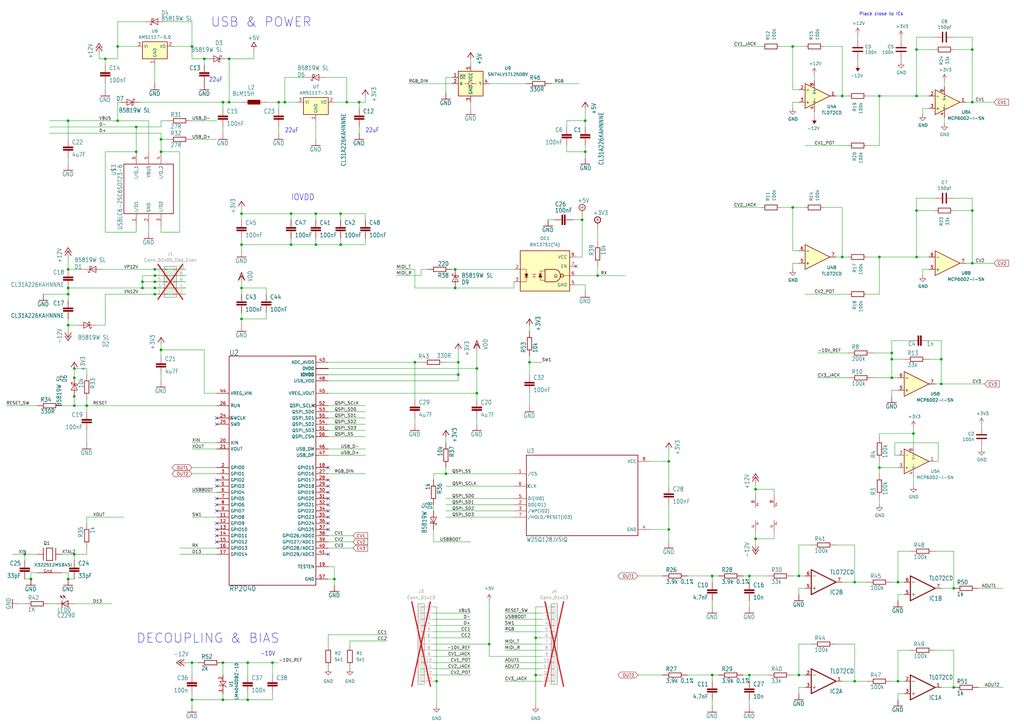
<source format=kicad_sch>
(kicad_sch (version 20231120) (generator "eeschema") (generator_version "8.0")
  (paper "A3")
  (junction (at 27.94 110.49))
  (junction (at 55.88 62.23))
  (junction (at 30.48 166.37))
  (junction (at 27.94 118.11))
  (junction (at 365.76 154.94))
  (junction (at 307.34 236.22))
  (junction (at 63.5 110.49))
  (junction (at 350.52 238.76))
  (junction (at 99.06 100.33))
  (junction (at 368.3 279.4))
  (junction (at 30.48 154.94))
  (junction (at 391.16 281.94))
  (junction (at 116.84 41.91))
  (junction (at 325.12 85.09))
  (junction (at 200.66 264.16))
  (junction (at 35.56 166.37))
  (junction (at 309.88 200.66))
  (junction (at 360.68 39.37))
  (junction (at 375.92 86.36))
  (junction (at 66.04 57.15))
  (junction (at 240.03 62.23))
  (junction (at 66.04 62.23))
  (junction (at 274.32 189.23))
  (junction (at 30.48 151.13))
  (junction (at 27.94 237.49))
  (junction (at 375.92 105.41))
  (junction (at 78.74 19.05))
  (junction (at 179.07 279.4))
  (junction (at 327.66 276.86))
  (junction (at 139.7 87.63))
  (junction (at 99.06 118.11))
  (junction (at 182.88 194.31))
  (junction (at 345.44 39.37))
  (junction (at 187.96 148.59))
  (junction (at 30.48 162.56))
  (junction (at 360.68 105.41))
  (junction (at 398.78 107.95))
  (junction (at 219.71 276.86))
  (junction (at 101.6 287.02))
  (junction (at 43.18 24.13))
  (junction (at 386.08 157.48))
  (junction (at 129.54 87.63))
  (junction (at 119.38 87.63))
  (junction (at 219.71 261.62))
  (junction (at 63.5 118.11))
  (junction (at 195.58 151.13))
  (junction (at 63.5 113.03))
  (junction (at 101.6 271.78))
  (junction (at 27.94 133.35))
  (junction (at 48.26 19.05))
  (junction (at 360.68 191.77))
  (junction (at 10.16 227.33))
  (junction (at 374.65 177.8))
  (junction (at 27.94 49.53))
  (junction (at 187.96 153.67))
  (junction (at 91.44 41.91))
  (junction (at 93.98 24.13))
  (junction (at 245.11 113.03))
  (junction (at 91.44 271.78))
  (junction (at 63.5 120.65))
  (junction (at 119.38 100.33))
  (junction (at 375.92 20.32))
  (junction (at 309.88 220.98))
  (junction (at 129.54 100.33))
  (junction (at 99.06 87.63))
  (junction (at 398.78 20.32))
  (junction (at 398.78 86.36))
  (junction (at 58.42 118.11))
  (junction (at 391.16 241.3))
  (junction (at 58.42 115.57))
  (junction (at 398.78 41.91))
  (junction (at 139.7 100.33))
  (junction (at 114.3 41.91))
  (junction (at 93.98 41.91))
  (junction (at 345.44 105.41))
  (junction (at 186.69 118.11))
  (junction (at 78.74 287.02))
  (junction (at 142.24 41.91))
  (junction (at 111.76 271.78))
  (junction (at 274.32 217.17))
  (junction (at 66.04 143.51))
  (junction (at 99.06 130.81))
  (junction (at 350.52 279.4))
  (junction (at 292.1 276.86))
  (junction (at 292.1 236.22))
  (junction (at 238.76 90.17))
  (junction (at 137.16 237.49))
  (junction (at 217.17 148.59))
  (junction (at 27.94 120.65))
  (junction (at 195.58 161.29))
  (junction (at 78.74 271.78))
  (junction (at 63.5 115.57))
  (junction (at 327.66 236.22))
  (junction (at 83.82 24.13))
  (junction (at 48.26 49.53))
  (junction (at 147.32 41.91))
  (junction (at 91.44 287.02))
  (junction (at 375.92 39.37))
  (junction (at 307.34 276.86))
  (junction (at 170.18 148.59))
  (junction (at 186.69 110.49))
  (junction (at 55.88 52.07))
  (junction (at 365.76 144.78))
  (junction (at 240.03 49.53))
  (junction (at 12.7 237.49))
  (junction (at 365.76 147.32))
  (junction (at 325.12 19.05))
  (junction (at 386.08 147.32))
  (junction (at 368.3 238.76))
  (junction (at 30.48 227.33))
  (no_connect (at 134.62 196.85))
  (no_connect (at 134.62 199.39))
  (no_connect (at 88.9 204.47))
  (no_connect (at 134.62 212.09))
  (no_connect (at 134.62 209.55))
  (no_connect (at 134.62 191.77))
  (no_connect (at 134.62 207.01))
  (no_connect (at 88.9 171.45))
  (no_connect (at 88.9 199.39))
  (no_connect (at 134.62 204.47))
  (no_connect (at 88.9 173.99))
  (no_connect (at 134.62 201.93))
  (no_connect (at 88.9 217.17))
  (no_connect (at 88.9 222.25))
  (no_connect (at 88.9 196.85))
  (no_connect (at 88.9 207.01))
  (no_connect (at 236.22 109.22))
  (no_connect (at 134.62 227.33))
  (no_connect (at 134.62 214.63))
  (no_connect (at 88.9 209.55))
  (no_connect (at 88.9 214.63))
  (no_connect (at 88.9 219.71))
  (no_connect (at 134.62 217.17))
  (wire (pts (xy 266.7 217.17) (xy 274.32 217.17)) (stroke (width 0.1524)))
  (wire (pts (xy 58.42 115.57) (xy 63.5 115.57)))
  (wire (pts (xy 217.17 161.29) (xy 217.17 166.37)) (stroke (width 0.1524)))
  (wire (pts (xy 172.72 148.59) (xy 170.18 148.59)) (stroke (width 0.1524)))
  (wire (pts (xy 355.6 279.4) (xy 350.52 279.4)) (stroke (width 0.1524)))
  (wire (pts (xy 27.94 133.35) (xy 27.94 130.81)) (stroke (width 0.1524)))
  (wire (pts (xy 327.66 264.16) (xy 327.66 276.86)) (stroke (width 0.1524)))
  (wire (pts (xy 360.68 191.77) (xy 360.68 194.31)))
  (wire (pts (xy 232.41 59.69) (xy 232.41 62.23)))
  (wire (pts (xy 325.12 19.05) (xy 330.2 19.05)))
  (wire (pts (xy 177.8 264.16) (xy 200.66 264.16)))
  (wire (pts (xy 167.64 34.29) (xy 185.42 34.29)) (stroke (width 0.1524)))
  (wire (pts (xy 355.6 59.69) (xy 360.68 59.69)))
  (wire (pts (xy 391.16 226.06) (xy 383.54 226.06)) (stroke (width 0.1524)))
  (wire (pts (xy 177.8 209.55) (xy 177.8 207.01)))
  (wire (pts (xy 368.3 243.84) (xy 370.84 243.84)) (stroke (width 0.1524)))
  (wire (pts (xy 43.18 133.35) (xy 43.18 120.65)) (stroke (width 0.1524)))
  (wire (pts (xy 345.44 279.4) (xy 350.52 279.4)) (stroke (width 0.1524)))
  (wire (pts (xy 327.66 236.22) (xy 325.12 236.22)) (stroke (width 0.1524)))
  (wire (pts (xy 170.18 163.83) (xy 170.18 148.59)) (stroke (width 0.1524)))
  (wire (pts (xy 383.54 86.36) (xy 375.92 86.36)))
  (wire (pts (xy 307.34 238.76) (xy 307.34 236.22)) (stroke (width 0.1524)))
  (wire (pts (xy 374.65 177.8) (xy 374.65 182.88)))
  (wire (pts (xy 325.12 44.45) (xy 325.12 41.91)))
  (wire (pts (xy 396.24 107.95) (xy 398.78 107.95)))
  (wire (pts (xy 43.18 24.13) (xy 40.64 24.13)) (stroke (width 0.1524)))
  (wire (pts (xy 307.34 279.4) (xy 307.34 276.86)) (stroke (width 0.1524)))
  (wire (pts (xy 398.78 86.36) (xy 398.78 107.95)))
  (wire (pts (xy 314.96 276.86) (xy 307.34 276.86)) (stroke (width 0.1524)))
  (wire (pts (xy 129.54 100.33) (xy 119.38 100.33)) (stroke (width 0.1524)))
  (wire (pts (xy 391.16 266.7) (xy 383.54 266.7)) (stroke (width 0.1524)))
  (wire (pts (xy 411.48 281.94) (xy 401.32 281.94)) (stroke (width 0.1524)))
  (wire (pts (xy 43.18 95.25) (xy 43.18 62.23)) (stroke (width 0.1524)))
  (wire (pts (xy 391.16 241.3) (xy 391.16 226.06)) (stroke (width 0.1524)))
  (wire (pts (xy 142.24 41.91) (xy 142.24 31.75)) (stroke (width 0.1524)))
  (wire (pts (xy 27.94 110.49) (xy 27.94 105.41)) (stroke (width 0.1524)))
  (wire (pts (xy 27.94 67.31) (xy 27.94 64.77)) (stroke (width 0.1524)))
  (wire (pts (xy 99.06 133.35) (xy 99.06 130.81)) (stroke (width 0.1524)))
  (wire (pts (xy 147.32 44.45) (xy 147.32 41.91)) (stroke (width 0.1524)))
  (wire (pts (xy 317.5 218.44) (xy 317.5 220.98)) (stroke (width 0.1524)))
  (wire (pts (xy 332.74 264.16) (xy 327.66 264.16)) (stroke (width 0.1524)))
  (wire (pts (xy 134.62 173.99) (xy 149.86 173.99)) (stroke (width 0.1524)))
  (wire (pts (xy 398.78 20.32) (xy 398.78 15.24)))
  (wire (pts (xy 177.8 271.78) (xy 193.04 271.78)))
  (wire (pts (xy 66.04 92.71) (xy 66.04 95.25)) (stroke (width 0.1524)))
  (wire (pts (xy 182.88 31.75) (xy 185.42 31.75)))
  (wire (pts (xy 68.58 49.53) (xy 66.04 49.53)) (stroke (width 0.1524)))
  (wire (pts (xy 391.16 15.24) (xy 398.78 15.24)))
  (wire (pts (xy 292.1 236.22) (xy 281.94 236.22)) (stroke (width 0.1524)))
  (wire (pts (xy 334.01 30.48) (xy 334.01 33.02)))
  (wire (pts (xy 375.92 81.28) (xy 375.92 86.36)))
  (wire (pts (xy 327.66 102.87) (xy 325.12 102.87)))
  (wire (pts (xy 332.74 223.52) (xy 327.66 223.52)) (stroke (width 0.1524)))
  (wire (pts (xy 360.68 59.69) (xy 360.68 39.37)))
  (wire (pts (xy 101.6 287.02) (xy 101.6 284.48)) (stroke (width 0.1524)))
  (wire (pts (xy 99.06 87.63) (xy 119.38 87.63)) (stroke (width 0.1524)))
  (wire (pts (xy 12.7 237.49) (xy 12.7 234.95)) (stroke (width 0.1524)))
  (wire (pts (xy 88.9 227.33) (xy 73.66 227.33)))
  (wire (pts (xy 193.04 24.13) (xy 193.04 26.67)))
  (wire (pts (xy 327.66 276.86) (xy 330.2 276.86)) (stroke (width 0.1524)))
  (wire (pts (xy 375.92 20.32) (xy 375.92 39.37)))
  (wire (pts (xy 236.22 113.03) (xy 245.11 113.03)) (stroke (width 0.1524)))
  (wire (pts (xy 368.3 238.76) (xy 370.84 238.76)) (stroke (width 0.1524)))
  (wire (pts (xy 83.82 26.67) (xy 83.82 24.13)) (stroke (width 0.1524)))
  (wire (pts (xy 177.8 279.4) (xy 179.07 279.4)))
  (wire (pts (xy 142.24 31.75) (xy 133.35 31.75)) (stroke (width 0.1524)))
  (wire (pts (xy 91.44 284.48) (xy 91.44 287.02)) (stroke (width 0.1524)))
  (wire (pts (xy 320.04 19.05) (xy 325.12 19.05)))
  (wire (pts (xy 66.04 143.51) (xy 66.04 140.97)) (stroke (width 0.1524)))
  (wire (pts (xy 30.48 161.29) (xy 30.48 162.56)) (stroke (width 0.1524)))
  (wire (pts (xy 396.24 41.91) (xy 398.78 41.91)))
  (wire (pts (xy 177.8 251.46) (xy 193.04 251.46)))
  (wire (pts (xy 345.44 238.76) (xy 350.52 238.76)) (stroke (width 0.1524)))
  (wire (pts (xy 360.68 204.47) (xy 360.68 207.01)))
  (wire (pts (xy 143.51 262.89) (xy 143.51 265.43)))
  (wire (pts (xy 358.14 154.94) (xy 365.76 154.94)) (stroke (width 0.1524)))
  (wire (pts (xy 66.04 57.15) (xy 68.58 57.15)) (stroke (width 0.1524)))
  (wire (pts (xy 116.84 31.75) (xy 116.84 41.91)) (stroke (width 0.1524)))
  (wire (pts (xy 58.42 115.57) (xy 58.42 118.11)) (stroke (width 0.1524)))
  (wire (pts (xy 232.41 62.23) (xy 240.03 62.23)))
  (wire (pts (xy 317.5 200.66) (xy 309.88 200.66)) (stroke (width 0.1524)))
  (wire (pts (xy 149.86 100.33) (xy 139.7 100.33)) (stroke (width 0.1524)))
  (wire (pts (xy 58.42 113.03) (xy 63.5 113.03)) (stroke (width 0.1524)))
  (wire (pts (xy 182.88 38.1) (xy 182.88 31.75)))
  (wire (pts (xy 398.78 20.32) (xy 398.78 41.91)))
  (wire (pts (xy 12.7 237.49) (xy 10.16 237.49)) (stroke (width 0.1524)))
  (wire (pts (xy 337.82 85.09) (xy 345.44 85.09)))
  (wire (pts (xy 386.08 147.32) (xy 386.08 139.7)) (stroke (width 0.1524)))
  (wire (pts (xy 35.56 166.37) (xy 35.56 163.83)) (stroke (width 0.1524)))
  (wire (pts (xy 35.56 181.61) (xy 35.56 176.53)) (stroke (width 0.1524)))
  (wire (pts (xy 73.66 62.23) (xy 66.04 62.23)) (stroke (width 0.1524)))
  (wire (pts (xy 170.18 173.99) (xy 170.18 171.45)) (stroke (width 0.1524)))
  (wire (pts (xy 78.74 19.05) (xy 78.74 8.89)) (stroke (width 0.1524)))
  (wire (pts (xy 88.9 212.09) (xy 78.74 212.09)) (stroke (width 0.1524)))
  (wire (pts (xy 99.06 118.11) (xy 99.06 115.57)) (stroke (width 0.1524)))
  (wire (pts (xy 292.1 289.56) (xy 292.1 287.02)) (stroke (width 0.1524)))
  (wire (pts (xy 351.79 24.13) (xy 351.79 26.67)))
  (wire (pts (xy 78.74 49.53) (xy 88.9 49.53)) (stroke (width 0.1524)))
  (wire (pts (xy 99.06 100.33) (xy 119.38 100.33)) (stroke (width 0.1524)))
  (wire (pts (xy 271.78 236.22) (xy 261.62 236.22)) (stroke (width 0.1524)))
  (wire (pts (xy 35.56 166.37) (xy 88.9 166.37)) (stroke (width 0.1524)))
  (wire (pts (xy 134.62 224.79) (xy 144.78 224.79)) (stroke (width 0.1524)))
  (wire (pts (xy 35.56 227.33) (xy 35.56 224.79)) (stroke (width 0.1524)))
  (wire (pts (xy 27.94 237.49) (xy 27.94 234.95)) (stroke (width 0.1524)))
  (wire (pts (xy 177.8 269.24) (xy 193.04 269.24)))
  (wire (pts (xy 411.48 241.3) (xy 401.32 241.3)) (stroke (width 0.1524)))
  (wire (pts (xy 345.44 39.37) (xy 347.98 39.37)))
  (wire (pts (xy 207.01 251.46) (xy 222.25 251.46)))
  (wire (pts (xy 119.38 87.63) (xy 129.54 87.63)) (stroke (width 0.1524)))
  (wire (pts (xy 143.51 262.89) (xy 158.75 262.89)))
  (wire (pts (xy 104.14 21.59) (xy 104.14 24.13)) (stroke (width 0.1524)))
  (wire (pts (xy 217.17 133.35) (xy 217.17 135.89)) (stroke (width 0.1524)))
  (wire (pts (xy 177.8 266.7) (xy 193.04 266.7)))
  (wire (pts (xy 134.62 194.31) (xy 149.86 194.31)))
  (wire (pts (xy 12.7 234.95) (xy 15.24 234.95)) (stroke (width 0.1524)))
  (wire (pts (xy 210.82 199.39) (xy 182.88 199.39)) (stroke (width 0.1524)))
  (wire (pts (xy 292.1 276.86) (xy 294.64 276.86)) (stroke (width 0.1524)))
  (wire (pts (xy 58.42 8.89) (xy 48.26 8.89)) (stroke (width 0.1524)))
  (wire (pts (xy 35.56 214.63) (xy 35.56 212.09)) (stroke (width 0.1524)))
  (wire (pts (xy 200.66 34.29) (xy 205.74 34.29)))
  (wire (pts (xy 307.34 248.92) (xy 307.34 246.38)) (stroke (width 0.1524)))
  (wire (pts (xy 350.52 279.4) (xy 350.52 264.16)) (stroke (width 0.1524)))
  (wire (pts (xy 378.46 113.03) (xy 378.46 110.49)))
  (wire (pts (xy 48.26 49.53) (xy 60.96 49.53)) (stroke (width 0.1524)))
  (wire (pts (xy 386.08 241.3) (xy 391.16 241.3)) (stroke (width 0.1524)))
  (wire (pts (xy 327.66 236.22) (xy 330.2 236.22)) (stroke (width 0.1524)))
  (wire (pts (xy 55.88 19.05) (xy 48.26 19.05)) (stroke (width 0.1524)))
  (wire (pts (xy 63.5 118.11) (xy 76.2 118.11)) (stroke (width 0.1524)))
  (wire (pts (xy 177.8 256.54) (xy 193.04 256.54)))
  (wire (pts (xy 129.54 87.63) (xy 139.7 87.63)) (stroke (width 0.1524)))
  (wire (pts (xy 101.6 287.02) (xy 111.76 287.02)) (stroke (width 0.1524)))
  (wire (pts (xy 27.94 57.15) (xy 27.94 49.53)) (stroke (width 0.1524)))
  (wire (pts (xy 162.56 113.03) (xy 172.72 113.03)) (stroke (width 0.1524)))
  (wire (pts (xy 129.54 90.17) (xy 129.54 87.63)) (stroke (width 0.1524)))
  (wire (pts (xy 391.16 81.28) (xy 398.78 81.28)))
  (wire (pts (xy 365.76 154.94) (xy 368.3 154.94)) (stroke (width 0.1524)))
  (wire (pts (xy 134.62 168.91) (xy 149.86 168.91)) (stroke (width 0.1524)))
  (wire (pts (xy 34.29 110.49) (xy 27.94 110.49)) (stroke (width 0.1524)))
  (wire (pts (xy 78.74 24.13) (xy 78.74 19.05)) (stroke (width 0.1524)))
  (wire (pts (xy 177.8 217.17) (xy 177.8 222.25)) (stroke (width 0.1524)))
  (wire (pts (xy 78.74 284.48) (xy 78.74 287.02)) (stroke (width 0.1524)))
  (wire (pts (xy 35.56 153.67) (xy 35.56 151.13)) (stroke (width 0.1524)))
  (wire (pts (xy 345.44 39.37) (xy 345.44 19.05)))
  (wire (pts (xy 325.12 85.09) (xy 330.2 85.09)))
  (wire (pts (xy 63.5 120.65) (xy 76.2 120.65)) (stroke (width 0.1524)))
  (wire (pts (xy 317.5 220.98) (xy 309.88 220.98)) (stroke (width 0.1524)))
  (wire (pts (xy 386.08 281.94) (xy 391.16 281.94)) (stroke (width 0.1524)))
  (wire (pts (xy 368.3 191.77) (xy 360.68 191.77)))
  (wire (pts (xy 30.48 162.56) (xy 30.48 166.37)) (stroke (width 0.1524)))
  (wire (pts (xy 182.88 194.31) (xy 177.8 194.31)) (stroke (width 0.1524)))
  (wire (pts (xy 342.9 105.41) (xy 345.44 105.41)))
  (wire (pts (xy 143.51 273.05) (xy 143.51 274.32)))
  (wire (pts (xy 134.62 153.67) (xy 187.96 153.67)) (stroke (width 0.1524)))
  (wire (pts (xy 149.86 87.63) (xy 139.7 87.63)) (stroke (width 0.1524)))
  (wire (pts (xy 134.62 176.53) (xy 149.86 176.53)) (stroke (width 0.1524)))
  (wire (pts (xy 200.66 264.16) (xy 200.66 269.24)))
  (wire (pts (xy 55.88 92.71) (xy 55.88 95.25)) (stroke (width 0.1524)))
  (wire (pts (xy 182.88 181.61) (xy 182.88 179.07)) (stroke (width 0.1524)))
  (wire (pts (xy 101.6 271.78) (xy 111.76 271.78)) (stroke (width 0.1524)))
  (wire (pts (xy 83.82 24.13) (xy 85.09 24.13)) (stroke (width 0.1524)))
  (wire (pts (xy 63.5 26.67) (xy 63.5 34.29)) (stroke (width 0.1524)))
  (wire (pts (xy 27.94 123.19) (xy 27.94 120.65)) (stroke (width 0.1524)))
  (wire (pts (xy 304.8 276.86) (xy 307.34 276.86)) (stroke (width 0.1524)))
  (wire (pts (xy 88.9 57.15) (xy 78.74 57.15)) (stroke (width 0.1524)))
  (wire (pts (xy 215.9 34.29) (xy 205.74 34.29)) (stroke (width 0.1524)))
  (wire (pts (xy 245.11 113.03) (xy 256.54 113.03)) (stroke (width 0.1524)))
  (wire (pts (xy 292.1 279.4) (xy 292.1 276.86)) (stroke (width 0.1524)))
  (wire (pts (xy 236.22 116.84) (xy 240.03 116.84)) (stroke (width 0.1524)))
  (wire (pts (xy 67.31 8.89) (xy 78.74 8.89)) (stroke (width 0.1524)))
  (wire (pts (xy 99.06 120.65) (xy 99.06 118.11)) (stroke (width 0.1524)))
  (wire (pts (xy 66.04 156.21) (xy 66.04 153.67)) (stroke (width 0.1524)))
  (wire (pts (xy 327.66 241.3) (xy 330.2 241.3)) (stroke (width 0.1524)))
  (wire (pts (xy 375.92 86.36) (xy 375.92 105.41)))
  (wire (pts (xy 119.38 100.33) (xy 119.38 97.79)) (stroke (width 0.1524)))
  (wire (pts (xy 210.82 212.09) (xy 182.88 212.09)) (stroke (width 0.1524)))
  (wire (pts (xy 327.66 284.48) (xy 327.66 281.94)) (stroke (width 0.1524)))
  (wire (pts (xy 149.86 41.91) (xy 147.32 41.91)) (stroke (width 0.1524)))
  (wire (pts (xy 134.62 260.35) (xy 134.62 265.43)))
  (wire (pts (xy 43.18 24.13) (xy 48.26 24.13)) (stroke (width 0.1524)))
  (wire (pts (xy 387.35 48.26) (xy 387.35 50.8)))
  (wire (pts (xy 365.76 144.78) (xy 358.14 144.78)) (stroke (width 0.1524)))
  (wire (pts (xy 78.74 181.61) (xy 88.9 181.61)))
  (wire (pts (xy 292.1 236.22) (xy 294.64 236.22)) (stroke (width 0.1524)))
  (wire (pts (xy 30.48 229.87) (xy 30.48 227.33)) (stroke (width 0.1524)))
  (wire (pts (xy 207.01 264.16) (xy 222.25 264.16)))
  (wire (pts (xy 99.06 90.17) (xy 99.06 87.63)) (stroke (width 0.1524)))
  (wire (pts (xy 134.62 237.49) (xy 137.16 237.49)) (stroke (width 0.1524)))
  (wire (pts (xy 200.66 246.38) (xy 200.66 264.16)))
  (wire (pts (xy 398.78 107.95) (xy 407.67 107.95)))
  (wire (pts (xy 83.82 143.51) (xy 66.04 143.51)) (stroke (width 0.1524)))
  (wire (pts (xy 224.79 90.17) (xy 227.33 90.17)) (stroke (width 0.1524)))
  (wire (pts (xy 309.88 220.98) (xy 309.88 223.52)) (stroke (width 0.1524)))
  (wire (pts (xy 337.82 19.05) (xy 345.44 19.05)))
  (wire (pts (xy 330.2 59.69) (xy 347.98 59.69)))
  (wire (pts (xy 134.62 151.13) (xy 195.58 151.13)) (stroke (width 0.1524)))
  (wire (pts (xy 88.9 161.29) (xy 83.82 161.29)) (stroke (width 0.1524)))
  (wire (pts (xy 274.32 222.25) (xy 274.32 217.17)) (stroke (width 0.1524)))
  (wire (pts (xy 101.6 271.78) (xy 101.6 276.86)) (stroke (width 0.1524)))
  (wire (pts (xy 134.62 260.35) (xy 158.75 260.35)))
  (wire (pts (xy 367.03 181.61) (xy 367.03 186.69)))
  (wire (pts (xy 58.42 118.11) (xy 63.5 118.11)) (stroke (width 0.1524)))
  (wire (pts (xy 179.07 248.92) (xy 179.07 279.4)))
  (wire (pts (xy 114.3 41.91) (xy 116.84 41.91)) (stroke (width 0.1524)))
  (wire (pts (xy 93.98 41.91) (xy 93.98 24.13)) (stroke (width 0.1524)))
  (wire (pts (xy 137.16 237.49) (xy 137.16 240.03)) (stroke (width 0.1524)))
  (wire (pts (xy 238.76 105.41) (xy 238.76 90.17)) (stroke (width 0.1524)))
  (wire (pts (xy 325.12 107.95) (xy 327.66 107.95)))
  (wire (pts (xy 245.11 109.22) (xy 245.11 113.03)) (stroke (width 0.1524)))
  (wire (pts (xy 195.58 161.29) (xy 195.58 163.83)) (stroke (width 0.1524)))
  (wire (pts (xy 304.8 236.22) (xy 307.34 236.22)) (stroke (width 0.1524)))
  (wire (pts (xy 30.48 227.33) (xy 35.56 227.33)) (stroke (width 0.1524)))
  (wire (pts (xy 60.96 95.25) (xy 60.96 92.71)) (stroke (width 0.1524)))
  (wire (pts (xy 383.54 81.28) (xy 375.92 81.28)))
  (wire (pts (xy 134.62 184.15) (xy 149.86 184.15)) (stroke (width 0.1524)))
  (wire (pts (xy 66.04 146.05) (xy 66.04 143.51)) (stroke (width 0.1524)))
  (wire (pts (xy 83.82 24.13) (xy 78.74 24.13)) (stroke (width 0.1524)))
  (wire (pts (xy 368.3 226.06) (xy 368.3 238.76)) (stroke (width 0.1524)))
  (wire (pts (xy 114.3 54.61) (xy 114.3 52.07)) (stroke (width 0.1524)))
  (wire (pts (xy 360.68 120.65) (xy 360.68 105.41)))
  (wire (pts (xy 187.96 156.21) (xy 187.96 153.67)) (stroke (width 0.1524)))
  (wire (pts (xy 398.78 86.36) (xy 391.16 86.36)))
  (wire (pts (xy 48.26 49.53) (xy 48.26 41.91)) (stroke (width 0.1524)))
  (wire (pts (xy 210.82 207.01) (xy 182.88 207.01)) (stroke (width 0.1524)))
  (wire (pts (xy 66.04 49.53) (xy 66.04 52.07)) (stroke (width 0.1524)))
  (wire (pts (xy 368.3 246.38) (xy 368.3 243.84)) (stroke (width 0.1524)))
  (wire (pts (xy 368.3 279.4) (xy 370.84 279.4)) (stroke (width 0.1524)))
  (wire (pts (xy 210.82 194.31) (xy 182.88 194.31)) (stroke (width 0.1524)))
  (wire (pts (xy 327.66 243.84) (xy 327.66 241.3)) (stroke (width 0.1524)))
  (wire (pts (xy 347.98 144.78) (xy 335.28 144.78)) (stroke (width 0.1524)))
  (wire (pts (xy 195.58 151.13) (xy 195.58 161.29)) (stroke (width 0.1524)))
  (wire (pts (xy 219.71 276.86) (xy 219.71 289.56)))
  (wire (pts (xy 355.6 238.76) (xy 350.52 238.76)) (stroke (width 0.1524)))
  (wire (pts (xy 78.74 289.56) (xy 78.74 287.02)) (stroke (width 0.1524)))
  (wire (pts (xy 27.94 49.53) (xy 48.26 49.53)) (stroke (width 0.1524)))
  (wire (pts (xy 147.32 54.61) (xy 147.32 52.07)) (stroke (width 0.1524)))
  (wire (pts (xy 365.76 160.02) (xy 368.3 160.02)) (stroke (width 0.1524)))
  (wire (pts (xy 350.52 264.16) (xy 342.9 264.16)) (stroke (width 0.1524)))
  (wire (pts (xy 66.04 95.25) (xy 73.66 95.25)) (stroke (width 0.1524)))
  (wire (pts (xy 109.22 120.65) (xy 109.22 118.11)) (stroke (width 0.1524)))
  (wire (pts (xy 327.66 281.94) (xy 330.2 281.94)) (stroke (width 0.1524)))
  (wire (pts (xy 342.9 39.37) (xy 345.44 39.37)))
  (wire (pts (xy 99.06 102.87) (xy 99.06 100.33)) (stroke (width 0.1524)))
  (wire (pts (xy 149.86 39.37) (xy 149.86 41.91)) (stroke (width 0.1524)))
  (wire (pts (xy 240.03 59.69) (xy 240.03 62.23)) (stroke (width 0.1524)))
  (wire (pts (xy 134.62 232.41) (xy 137.16 232.41)) (stroke (width 0.1524)))
  (wire (pts (xy 35.56 212.09) (xy 50.8 212.09)) (stroke (width 0.1524)))
  (wire (pts (xy 193.04 41.91) (xy 193.04 44.45)))
  (wire (pts (xy 266.7 189.23) (xy 274.32 189.23)) (stroke (width 0.1524)))
  (wire (pts (xy 182.88 194.31) (xy 182.88 191.77)) (stroke (width 0.1524)))
  (wire (pts (xy 27.94 120.65) (xy 17.78 120.65)) (stroke (width 0.1524)))
  (wire (pts (xy 226.06 34.29) (xy 237.49 34.29)) (stroke (width 0.1524)))
  (wire (pts (xy 48.26 19.05) (xy 48.26 24.13)) (stroke (width 0.1524)))
  (wire (pts (xy 60.96 49.53) (xy 60.96 62.23)) (stroke (width 0.1524)))
  (wire (pts (xy 325.12 102.87) (xy 325.12 85.09)))
  (wire (pts (xy 59.69 8.89) (xy 58.42 8.89)))
  (wire (pts (xy 73.66 95.25) (xy 73.66 62.23)) (stroke (width 0.1524)))
  (wire (pts (xy 179.07 279.4) (xy 179.07 289.56)))
  (wire (pts (xy 66.04 52.07) (xy 55.88 52.07)) (stroke (width 0.1524)))
  (wire (pts (xy 134.62 161.29) (xy 195.58 161.29)) (stroke (width 0.1524)))
  (wire (pts (xy 398.78 41.91) (xy 407.67 41.91)))
  (wire (pts (xy 355.6 39.37) (xy 360.68 39.37)))
  (wire (pts (xy 30.48 166.37) (xy 35.56 166.37)) (stroke (width 0.1524)))
  (wire (pts (xy 91.44 271.78) (xy 101.6 271.78)) (stroke (width 0.1524)))
  (wire (pts (xy 309.88 203.2) (xy 309.88 200.66)) (stroke (width 0.1524)))
  (wire (pts (xy 238.76 90.17) (xy 234.95 90.17)) (stroke (width 0.1524)))
  (wire (pts (xy 240.03 49.53) (xy 240.03 52.07)) (stroke (width 0.1524)))
  (wire (pts (xy 368.3 266.7) (xy 368.3 279.4)) (stroke (width 0.1524)))
  (wire (pts (xy 73.66 224.79) (xy 88.9 224.79)) (stroke (width 0.1524)))
  (wire (pts (xy 43.18 62.23) (xy 55.88 62.23)) (stroke (width 0.1524)))
  (wire (pts (xy 20.32 247.65) (xy 22.86 247.65)) (stroke (width 0.1524)))
  (wire (pts (xy 365.76 147.32) (xy 365.76 154.94)) (stroke (width 0.1524)))
  (wire (pts (xy 134.62 166.37) (xy 149.86 166.37)) (stroke (width 0.1524)))
  (wire (pts (xy 55.88 52.07) (xy 20.32 52.07)) (stroke (width 0.1524)))
  (wire (pts (xy 327.66 223.52) (xy 327.66 236.22)) (stroke (width 0.1524)))
  (wire (pts (xy 66.04 57.15) (xy 66.04 62.23)) (stroke (width 0.1524)))
  (wire (pts (xy 119.38 90.17) (xy 119.38 87.63)) (stroke (width 0.1524)))
  (wire (pts (xy 219.71 261.62) (xy 222.25 261.62)))
  (wire (pts (xy 134.62 186.69) (xy 149.86 186.69)) (stroke (width 0.1524)))
  (wire (pts (xy 63.5 115.57) (xy 76.2 115.57)))
  (wire (pts (xy 111.76 287.02) (xy 111.76 284.48)) (stroke (width 0.1524)))
  (wire (pts (xy 10.16 227.33) (xy 5.08 227.33)) (stroke (width 0.1524)))
  (wire (pts (xy 274.32 217.17) (xy 274.32 207.01)) (stroke (width 0.1524)))
  (wire (pts (xy 177.8 261.62) (xy 193.04 261.62)))
  (wire (pts (xy 374.65 195.58) (xy 374.65 199.39)))
  (wire (pts (xy 398.78 86.36) (xy 398.78 81.28)))
  (wire (pts (xy 186.69 118.11) (xy 170.18 118.11)) (stroke (width 0.1524)))
  (wire (pts (xy 207.01 259.08) (xy 222.25 259.08)))
  (wire (pts (xy 91.44 271.78) (xy 91.44 276.86)) (stroke (width 0.1524)))
  (wire (pts (xy 367.03 186.69) (xy 368.3 186.69)))
  (wire (pts (xy 99.06 130.81) (xy 109.22 130.81)) (stroke (width 0.1524)))
  (wire (pts (xy 219.71 248.92) (xy 219.71 261.62)))
  (wire (pts (xy 317.5 203.2) (xy 317.5 200.66)) (stroke (width 0.1524)))
  (wire (pts (xy 330.2 120.65) (xy 347.98 120.65)))
  (wire (pts (xy 134.62 179.07) (xy 149.86 179.07)) (stroke (width 0.1524)))
  (wire (pts (xy 88.9 201.93) (xy 78.74 201.93)) (stroke (width 0.1524)))
  (wire (pts (xy 27.94 234.95) (xy 25.4 234.95)) (stroke (width 0.1524)))
  (wire (pts (xy 207.01 274.32) (xy 222.25 274.32)))
  (wire (pts (xy 149.86 90.17) (xy 149.86 87.63)) (stroke (width 0.1524)))
  (wire (pts (xy 172.72 113.03) (xy 172.72 110.49)) (stroke (width 0.1524)))
  (wire (pts (xy 137.16 41.91) (xy 142.24 41.91)) (stroke (width 0.1524)))
  (wire (pts (xy 370.84 147.32) (xy 365.76 147.32)) (stroke (width 0.1524)))
  (wire (pts (xy 40.64 21.59) (xy 40.64 24.13)) (stroke (width 0.1524)))
  (wire (pts (xy 30.48 247.65) (xy 45.72 247.65)) (stroke (width 0.1524)))
  (wire (pts (xy 71.12 19.05) (xy 78.74 19.05)) (stroke (width 0.1524)))
  (wire (pts (xy 375.92 15.24) (xy 375.92 20.32)))
  (wire (pts (xy 217.17 148.59) (xy 217.17 146.05)) (stroke (width 0.1524)))
  (wire (pts (xy 384.81 181.61) (xy 367.03 181.61)))
  (wire (pts (xy 345.44 105.41) (xy 345.44 85.09)))
  (wire (pts (xy 383.54 189.23) (xy 384.81 189.23)))
  (wire (pts (xy 314.96 236.22) (xy 307.34 236.22)) (stroke (width 0.1524)))
  (wire (pts (xy 391.16 281.94) (xy 391.16 266.7)) (stroke (width 0.1524)))
  (wire (pts (xy 365.76 162.56) (xy 365.76 160.02)) (stroke (width 0.1524)))
  (wire (pts (xy 207.01 254) (xy 222.25 254)))
  (wire (pts (xy 325.12 110.49) (xy 325.12 107.95)))
  (wire (pts (xy 327.66 36.83) (xy 325.12 36.83)))
  (wire (pts (xy 240.03 44.45) (xy 240.03 49.53)) (stroke (width 0.1524)))
  (wire (pts (xy 325.12 36.83) (xy 325.12 19.05)))
  (wire (pts (xy 185.42 110.49) (xy 186.69 110.49)) (stroke (width 0.1524)))
  (wire (pts (xy 99.06 130.81) (xy 99.06 128.27)) (stroke (width 0.1524)))
  (wire (pts (xy 292.1 248.92) (xy 292.1 246.38)) (stroke (width 0.1524)))
  (wire (pts (xy 30.48 237.49) (xy 27.94 237.49)) (stroke (width 0.1524)))
  (wire (pts (xy 27.94 133.35) (xy 31.75 133.35)) (stroke (width 0.1524)))
  (wire (pts (xy 365.76 144.78) (xy 365.76 147.32)) (stroke (width 0.1524)))
  (wire (pts (xy 186.69 110.49) (xy 210.82 110.49)) (stroke (width 0.1524)))
  (wire (pts (xy 41.91 110.49) (xy 63.5 110.49)))
  (wire (pts (xy 104.14 24.13) (xy 93.98 24.13)) (stroke (width 0.1524)))
  (wire (pts (xy 369.57 24.13) (xy 369.57 25.4)))
  (wire (pts (xy 351.79 13.97) (xy 351.79 16.51)))
  (wire (pts (xy 109.22 118.11) (xy 99.06 118.11)) (stroke (width 0.1524)))
  (wire (pts (xy 368.3 279.4) (xy 365.76 279.4)) (stroke (width 0.1524)))
  (wire (pts (xy 78.74 271.78) (xy 76.2 271.78)) (stroke (width 0.1524)))
  (wire (pts (xy 373.38 139.7) (xy 365.76 139.7)) (stroke (width 0.1524)))
  (wire (pts (xy 386.08 157.48) (xy 403.86 157.48)) (stroke (width 0.1524)))
  (wire (pts (xy 139.7 100.33) (xy 129.54 100.33)) (stroke (width 0.1524)))
  (wire (pts (xy 210.82 209.55) (xy 182.88 209.55)) (stroke (width 0.1524)))
  (wire (pts (xy 200.66 269.24) (xy 222.25 269.24)))
  (wire (pts (xy 91.44 54.61) (xy 91.44 52.07)) (stroke (width 0.1524)))
  (wire (pts (xy 129.54 97.79) (xy 129.54 100.33)) (stroke (width 0.1524)))
  (wire (pts (xy 217.17 148.59) (xy 222.25 148.59)) (stroke (width 0.1524)))
  (wire (pts (xy 134.62 219.71) (xy 144.78 219.71)) (stroke (width 0.1524)))
  (wire (pts (xy 30.48 151.13) (xy 35.56 151.13)) (stroke (width 0.1524)))
  (wire (pts (xy 27.94 135.89) (xy 27.94 133.35)) (stroke (width 0.1524)))
  (wire (pts (xy 386.08 139.7) (xy 381 139.7)) (stroke (width 0.1524)))
  (wire (pts (xy 111.76 276.86) (xy 111.76 271.78)) (stroke (width 0.1524)))
  (wire (pts (xy 43.18 36.83) (xy 43.18 34.29)) (stroke (width 0.1524)))
  (wire (pts (xy 402.59 182.88) (xy 402.59 184.15)))
  (wire (pts (xy 398.78 20.32) (xy 391.16 20.32)))
  (wire (pts (xy 360.68 39.37) (xy 375.92 39.37)))
  (wire (pts (xy 78.74 194.31) (xy 88.9 194.31)) (stroke (width 0.1524)))
  (wire (pts (xy 99.06 100.33) (xy 99.06 97.79)) (stroke (width 0.1524)))
  (wire (pts (xy 271.78 276.86) (xy 261.62 276.86)) (stroke (width 0.1524)))
  (wire (pts (xy 274.32 189.23) (xy 274.32 184.15)) (stroke (width 0.1524)))
  (wire (pts (xy 368.3 238.76) (xy 365.76 238.76)) (stroke (width 0.1524)))
  (wire (pts (xy 335.28 154.94) (xy 347.98 154.94)) (stroke (width 0.1524)))
  (wire (pts (xy 137.16 232.41) (xy 137.16 237.49)) (stroke (width 0.1524)))
  (wire (pts (xy 48.26 41.91) (xy 49.53 41.91)) (stroke (width 0.1524)))
  (wire (pts (xy 292.1 276.86) (xy 281.94 276.86)) (stroke (width 0.1524)))
  (wire (pts (xy 325.12 41.91) (xy 327.66 41.91)))
  (wire (pts (xy 78.74 276.86) (xy 78.74 271.78)) (stroke (width 0.1524)))
  (wire (pts (xy 114.3 44.45) (xy 114.3 41.91)) (stroke (width 0.1524)))
  (wire (pts (xy 177.8 276.86) (xy 193.04 276.86)))
  (wire (pts (xy 232.41 52.07) (xy 232.41 49.53)))
  (wire (pts (xy 109.22 130.81) (xy 109.22 128.27)) (stroke (width 0.1524)))
  (wire (pts (xy 170.18 148.59) (xy 134.62 148.59)) (stroke (width 0.1524)))
  (wire (pts (xy 177.8 254) (xy 193.04 254)))
  (wire (pts (xy 182.88 148.59) (xy 187.96 148.59)) (stroke (width 0.1524)))
  (wire (pts (xy 177.8 248.92) (xy 179.07 248.92)))
  (wire (pts (xy 27.94 118.11) (xy 27.94 120.65)) (stroke (width 0.1524)))
  (wire (pts (xy 378.46 110.49) (xy 381 110.49)))
  (wire (pts (xy 177.8 274.32) (xy 193.04 274.32)))
  (wire (pts (xy 327.66 276.86) (xy 325.12 276.86)) (stroke (width 0.1524)))
  (wire (pts (xy 134.62 156.21) (xy 187.96 156.21)) (stroke (width 0.1524)))
  (wire (pts (xy 355.6 120.65) (xy 360.68 120.65)))
  (wire (pts (xy 240.03 116.84) (xy 240.03 119.38)) (stroke (width 0.1524)))
  (wire (pts (xy 195.58 173.99) (xy 195.58 171.45)) (stroke (width 0.1524)))
  (wire (pts (xy 238.76 90.17) (xy 238.76 88.9)) (stroke (width 0.1524)))
  (wire (pts (xy 383.54 20.32) (xy 375.92 20.32)))
  (wire (pts (xy 300.99 19.05) (xy 312.42 19.05)))
  (wire (pts (xy 360.68 179.07) (xy 360.68 177.8)))
  (wire (pts (xy 7.62 247.65) (xy 10.16 247.65)) (stroke (width 0.1524)))
  (wire (pts (xy 10.16 229.87) (xy 10.16 227.33)) (stroke (width 0.1524)))
  (wire (pts (xy 81.28 271.78) (xy 78.74 271.78)) (stroke (width 0.1524)))
  (wire (pts (xy 30.48 156.21) (xy 30.48 154.94)) (stroke (width 0.1524)))
  (wire (pts (xy 43.18 26.67) (xy 43.18 24.13)) (stroke (width 0.1524)))
  (wire (pts (xy 320.04 85.09) (xy 325.12 85.09)))
  (wire (pts (xy 66.04 54.61) (xy 66.04 57.15)) (stroke (width 0.1524)))
  (wire (pts (xy 307.34 289.56) (xy 307.34 287.02)) (stroke (width 0.1524)))
  (wire (pts (xy 207.01 266.7) (xy 222.25 266.7)))
  (wire (pts (xy 177.8 194.31) (xy 177.8 196.85)) (stroke (width 0.1524)))
  (wire (pts (xy 368.3 287.02) (xy 368.3 284.48)) (stroke (width 0.1524)))
  (wire (pts (xy 378.46 44.45) (xy 381 44.45)))
  (wire (pts (xy 375.92 105.41) (xy 381 105.41)))
  (wire (pts (xy 78.74 287.02) (xy 91.44 287.02)) (stroke (width 0.1524)))
  (wire (pts (xy 20.32 49.53) (xy 27.94 49.53)) (stroke (width 0.1524)))
  (wire (pts (xy 186.69 118.11) (xy 210.82 118.11)))
  (wire (pts (xy 350.52 223.52) (xy 342.9 223.52)) (stroke (width 0.1524)))
  (wire (pts (xy 219.71 276.86) (xy 222.25 276.86)))
  (wire (pts (xy 149.86 97.79) (xy 149.86 100.33)) (stroke (width 0.1524)))
  (wire (pts (xy 20.32 54.61) (xy 66.04 54.61)) (stroke (width 0.1524)))
  (wire (pts (xy 35.56 168.91) (xy 35.56 166.37)) (stroke (width 0.1524)))
  (wire (pts (xy 245.11 99.06) (xy 245.11 93.98)) (stroke (width 0.1524)))
  (wire (pts (xy 195.58 143.51) (xy 195.58 151.13)) (stroke (width 0.1524)))
  (wire (pts (xy 43.18 120.65) (xy 63.5 120.65)) (stroke (width 0.1524)))
  (wire (pts (xy 219.71 261.62) (xy 219.71 276.86)))
  (wire (pts (xy 222.25 248.92) (xy 219.71 248.92)))
  (wire (pts (xy 375.92 39.37) (xy 381 39.37)))
  (wire (pts (xy 334.01 45.72) (xy 334.01 48.26)))
  (wire (pts (xy 58.42 113.03) (xy 58.42 115.57)) (stroke (width 0.1524)))
  (wire (pts (xy 373.38 226.06) (xy 368.3 226.06)) (stroke (width 0.1524)))
  (wire (pts (xy 83.82 161.29) (xy 83.82 143.51)) (stroke (width 0.1524)))
  (wire (pts (xy 175.26 110.49) (xy 172.72 110.49)) (stroke (width 0.1524)))
  (wire (pts (xy 111.76 271.78) (xy 114.3 271.78)) (stroke (width 0.1524)))
  (wire (pts (xy 170.18 118.11) (xy 170.18 110.49)) (stroke (width 0.1524)))
  (wire (pts (xy 378.46 46.99) (xy 378.46 44.45)))
  (wire (pts (xy 240.03 62.23) (xy 240.03 64.77)) (stroke (width 0.1524)))
  (wire (pts (xy 210.82 204.47) (xy 182.88 204.47)) (stroke (width 0.1524)))
  (wire (pts (xy 360.68 189.23) (xy 360.68 191.77)))
  (wire (pts (xy 147.32 41.91) (xy 142.24 41.91)) (stroke (width 0.1524)))
  (wire (pts (xy 92.71 24.13) (xy 93.98 24.13)))
  (wire (pts (xy 25.4 166.37) (xy 30.48 166.37)) (stroke (width 0.1524)))
  (wire (pts (xy 360.68 105.41) (xy 375.92 105.41)))
  (wire (pts (xy 63.5 113.03) (xy 76.2 113.03)) (stroke (width 0.1524)))
  (wire (pts (xy 134.62 222.25) (xy 144.78 222.25)) (stroke (width 0.1524)))
  (wire (pts (xy 207.01 256.54) (xy 222.25 256.54)))
  (wire (pts (xy 78.74 184.15) (xy 88.9 184.15)))
  (wire (pts (xy 300.99 85.09) (xy 312.42 85.09)))
  (wire (pts (xy 402.59 175.26) (xy 402.59 173.99)))
  (wire (pts (xy 365.76 139.7) (xy 365.76 144.78)) (stroke (width 0.1524)))
  (wire (pts (xy 139.7 97.79) (xy 139.7 100.33)) (stroke (width 0.1524)))
  (wire (pts (xy 48.26 8.89) (xy 48.26 19.05)) (stroke (width 0.1524)))
  (wire (pts (xy 134.62 273.05) (xy 134.62 274.32)))
  (wire (pts (xy 134.62 171.45) (xy 149.86 171.45)) (stroke (width 0.1524)))
  (wire (pts (xy 99.06 87.63) (xy 99.06 85.09)) (stroke (width 0.1524)))
  (wire (pts (xy 387.35 33.02) (xy 387.35 35.56)))
  (wire (pts (xy 345.44 105.41) (xy 347.98 105.41)))
  (wire (pts (xy 187.96 148.59) (xy 187.96 143.51)) (stroke (width 0.1524)))
  (wire (pts (xy 350.52 238.76) (xy 350.52 223.52)) (stroke (width 0.1524)))
  (wire (pts (xy 360.68 177.8) (xy 374.65 177.8)))
  (wire (pts (xy 217.17 153.67) (xy 217.17 148.59)) (stroke (width 0.1524)))
  (wire (pts (xy 210.82 115.57) (xy 210.82 118.11)))
  (wire (pts (xy 236.22 105.41) (xy 238.76 105.41)))
  (wire (pts (xy 177.8 222.25) (xy 193.04 222.25)) (stroke (width 0.1524)))
  (wire (pts (xy 116.84 41.91) (xy 121.92 41.91)))
  (wire (pts (xy 374.65 175.26) (xy 374.65 177.8)))
  (wire (pts (xy 373.38 266.7) (xy 368.3 266.7)) (stroke (width 0.1524)))
  (wire (pts (xy 368.3 284.48) (xy 370.84 284.48)) (stroke (width 0.1524)))
  (wire (pts (xy 30.48 154.94) (xy 30.48 151.13)) (stroke (width 0.1524)))
  (wire (pts (xy 83.82 24.13) (xy 85.09 24.13)))
  (wire (pts (xy 57.15 41.91) (xy 91.44 41.91)) (stroke (width 0.1524)))
  (wire (pts (xy 309.88 220.98) (xy 309.88 218.44)) (stroke (width 0.1524)))
  (wire (pts (xy 274.32 199.39) (xy 274.32 189.23)) (stroke (width 0.1524)))
  (wire (pts (xy 39.37 133.35) (xy 43.18 133.35)) (stroke (width 0.1524)))
  (wire (pts (xy 125.73 31.75) (xy 116.84 31.75)) (stroke (width 0.1524)))
  (wire (pts (xy 232.41 49.53) (xy 240.03 49.53)))
  (wire (pts (xy 78.74 191.77) (xy 88.9 191.77)) (stroke (width 0.1524)))
  (wire (pts (xy 91.44 287.02) (xy 101.6 287.02)) (stroke (width 0.1524)))
  (wire (pts (xy 383.54 157.48) (xy 386.08 157.48)) (stroke (width 0.1524)))
  (wire (pts (xy 93.98 41.91) (xy 99.06 41.91)) (stroke (width 0.1524)))
  (wire (pts (xy 207.01 279.4) (xy 222.25 279.4)))
  (wire (pts (xy 381 147.32) (xy 386.08 147.32)) (stroke (width 0.1524)))
  (wire (pts (xy 309.88 200.66) (xy 309.88 198.12)) (stroke (width 0.1524)))
  (wire (pts (xy 63.5 110.49) (xy 76.2 110.49)))
  (wire (pts (xy 170.18 110.49) (xy 162.56 110.49)) (stroke (width 0.1524)))
  (wire (pts (xy 386.08 157.48) (xy 386.08 147.32)) (stroke (width 0.1524)))
  (wire (pts (xy 207.01 271.78) (xy 222.25 271.78)))
  (wire (pts (xy 139.7 90.17) (xy 139.7 87.63)) (stroke (width 0.1524)))
  (wire (pts (xy 55.88 95.25) (xy 43.18 95.25)) (stroke (width 0.1524)))
  (wire (pts (xy 55.88 62.23) (xy 55.88 52.07)) (stroke (width 0.1524)))
  (wire (pts (xy 292.1 238.76) (xy 292.1 236.22)) (stroke (width 0.1524)))
  (wire (pts (xy 187.96 153.67) (xy 187.96 148.59)) (stroke (width 0.1524)))
  (wire (pts (xy 129.54 49.53) (xy 129.54 57.15)) (stroke (width 0.1524)))
  (wire (pts (xy 2.54 166.37) (xy 15.24 166.37)) (stroke (width 0.1524)))
  (wire (pts (xy 355.6 105.41) (xy 360.68 105.41)))
  (wire (pts (xy 384.81 189.23) (xy 384.81 181.61)))
  (wire (pts (xy 30.48 227.33) (xy 25.4 227.33)) (stroke (width 0.1524)))
  (wire (pts (xy 58.42 118.11) (xy 27.94 118.11)) (stroke (width 0.1524)))
  (wire (pts (xy 15.24 227.33) (xy 10.16 227.33)) (stroke (width 0.1524)))
  (wire (pts (xy 369.57 16.51) (xy 369.57 15.24)))
  (wire (pts (xy 177.8 259.08) (xy 193.04 259.08)))
  (wire (pts (xy 91.44 41.91) (xy 93.98 41.91)) (stroke (width 0.1524)))
  (wire (pts (xy 109.22 41.91) (xy 114.3 41.91)) (stroke (width 0.1524)))
  (wire (pts (xy 383.54 15.24) (xy 375.92 15.24)))
  (wire (pts (xy 91.44 44.45) (xy 91.44 41.91)) (stroke (width 0.1524)))
  (text "22uF" (at 149.86 54.61 0) (effects (font (size 1.778 1.5113)) (justify left bottom)))
  (text "22uF" (at 91.44 31.75 0) (effects (font (size 1.778 1.5113)) (justify right top)))
  (text "DECOUPLING & BIAS" (at 55.88 264.16 0) (effects (font (size 3.81 3.81)) (justify left bottom)))
  (text "-10V" (at 106.68 269.24 0) (effects (font (size 1.778 1.5113)) (justify left bottom)))
  (text "22uF" (at 116.84 54.61 0) (effects (font (size 1.778 1.5113)) (justify left bottom)))
  (text "IOVDD" (at 119.38 82.55 0) (effects (font (size 2.54 2.159)) (justify left bottom)))
  (text "USB & POWER" (at 86.36 11.43 0) (effects (font (size 3.81 3.81)) (justify left bottom)))
  (text "Place close to ICs\n" (at 361.442 5.842 0) (effects (font (size 1.27 1.27))))
  (label "D+" (at 193.04 256.54 180) (effects (font (size 1.2446 1.2446))))
  (label "AOUT1" (at 207.01 271.78 0))
  (label "D13" (at 38.1 247.65 0) (effects (font (size 1.2446 1.2446))))
  (label "XOUT" (at 38.1 212.09 0) (effects (font (size 1.2446 1.2446))))
  (label "CV1_JACK" (at 193.04 269.24 180))
  (label "USB_D+" (at 139.7 186.69 0) (effects (font (size 1.2446 1.2446))))
  (label "CV2_POT" (at 334.01 120.65 0))
  (label "RESET_SW" (at 2.54 166.37 0))
  (label "-10V_REF" (at 193.04 266.7 180))
  (label "USBBOOT" (at 180.34 222.25 0) (effects (font (size 1.2446 1.2446))))
  (label "QSPI_SD2" (at 137.16 173.99 0) (effects (font (size 1.2446 1.2446))))
  (label "QSPI_SD2" (at 185.42 209.55 0) (effects (font (size 1.2446 1.2446))))
  (label "AOUT1" (at 402.59 241.3 0))
  (label "MIDI_T" (at 162.56 110.49 0))
  (label "SW1" (at 207.01 256.54 0))
  (label "QSPI_SD1" (at 137.16 171.45 0) (effects (font (size 1.2446 1.2446))))
  (label "USBBOOT" (at 207.01 254 0))
  (label "RX" (at 246.38 113.03 0) (effects (font (size 1.2446 1.2446))))
  (label "CV2_JACK" (at 300.99 85.09 0))
  (label "MIDI_R" (at 162.56 113.03 0))
  (label "CV1_POT" (at 193.04 271.78 180))
  (label "CV3" (at 137.16 224.79 0) (effects (font (size 1.2446 1.2446))))
  (label "XIN" (at 7.62 227.33 0) (effects (font (size 1.2446 1.2446))))
  (label "VBUS" (at 40.64 49.53 0) (effects (font (size 1.2446 1.2446))))
  (label "CC1" (at 158.75 260.35 180))
  (label "USB_D+" (at 78.74 57.15 0) (effects (font (size 1.2446 1.2446))))
  (label "CC2" (at 158.75 262.89 180))
  (label "QSPI_SD0" (at 185.42 204.47 0) (effects (font (size 1.2446 1.2446))))
  (label "RGB_DIN" (at 167.64 34.29 0) (effects (font (size 1.2446 1.2446))))
  (label "CV2_JACK" (at 193.04 274.32 180))
  (label "QSPI_SS" (at 137.16 179.07 0) (effects (font (size 1.2446 1.2446))))
  (label "RESET_SW" (at 207.01 251.46 0))
  (label "CC2" (at 193.04 261.62 180))
  (label "XTAL2" (at 25.4 227.33 0) (effects (font (size 1.2446 1.2446))))
  (label "CV1_POT" (at 334.01 59.69 0))
  (label "CV1" (at 137.16 219.71 0) (effects (font (size 1.2446 1.2446))))
  (label "D13" (at 78.74 227.33 0))
  (label "CV3" (at 398.78 157.48 0) (effects (font (size 1.2446 1.2446))))
  (label "QSPI_SD0" (at 137.16 168.91 0) (effects (font (size 1.2446 1.2446))))
  (label "-10V_REF" (at 114.3 271.78 0))
  (label "CV1_JACK" (at 300.99 19.05 0))
  (label "-10V_REF" (at 335.28 144.78 0))
  (label "USBBOOT" (at 78.74 201.93 0) (effects (font (size 1.2446 1.2446))))
  (label "QSPI_SD3" (at 137.16 176.53 0) (effects (font (size 1.2446 1.2446))))
  (label "QSPI_SD3" (at 185.42 212.09 0) (effects (font (size 1.2446 1.2446))))
  (label "VP12V" (at 50.8 110.49 0) (effects (font (size 1.2446 1.2446))))
  (label "USB_D-" (at 78.74 49.53 0) (effects (font (size 1.2446 1.2446))))
  (label "QSPI_SD1" (at 185.42 207.01 0) (effects (font (size 1.2446 1.2446))))
  (label "AOUT2" (at 207.01 274.32 0))
  (label "CV2" (at 400.05 107.95 0))
  (label "RGB" (at 207.01 259.08 0))
  (label "CV2" (at 137.16 222.25 0) (effects (font (size 1.2446 1.2446))))
  (label "CC1" (at 193.04 259.08 180))
  (label "QSPI_SCLK" (at 137.16 166.37 0) (effects (font (size 1.2446 1.2446))))
  (label "CV3_JACK" (at 335.28 154.94 0))
  (label "D-" (at 193.04 254 180) (effects (font (size 1.2446 1.2446))))
  (label "RX" (at 78.74 224.79 0) (effects (font (size 1.2446 1.2446))))
  (label "CV3_JACK" (at 207.01 279.4 0))
  (label "RESET" (at 38.1 166.37 0) (effects (font (size 1.2446 1.2446))))
  (label "QSPI_SS" (at 185.42 194.31 0) (effects (font (size 1.2446 1.2446))))
  (label "D-" (at 40.64 52.07 0) (effects (font (size 1.2446 1.2446))))
  (label "RGB" (at 227.33 34.29 0) (effects (font (size 1.2446 1.2446))))
  (label "XIN" (at 78.74 181.61 0))
  (label "QSPI_SCLK" (at 185.42 199.39 0) (effects (font (size 1.2446 1.2446))))
  (label "SW1" (at 78.74 212.09 0) (effects (font (size 1.2446 1.2446))))
  (label "RGB_DIN" (at 137.16 194.31 0) (effects (font (size 1.2446 1.2446))))
  (label "MIDI_T" (at 207.01 264.16 0))
  (label "VBUS" (at 193.04 251.46 180) (effects (font (size 1.2446 1.2446))))
  (label "XOUT" (at 78.74 184.15 0))
  (label "CV2_POT" (at 193.04 276.86 180))
  (label "SW1" (at 222.25 148.59 0) (effects (font (size 1.2446 1.2446))))
  (label "USB_D-" (at 139.7 184.15 0) (effects (font (size 1.2446 1.2446))))
  (label "CV1" (at 400.05 41.91 0))
  (label "D+" (at 40.64 54.61 0) (effects (font (size 1.2446 1.2446))))
  (label "AOUT2" (at 403.86 281.94 0))
  (label "VN12V" (at 50.8 120.65 0) (effects (font (size 1.2446 1.2446))))
  (label "MIDI_R" (at 207.01 266.7 0))
  (global_label "OUT2" (shape bidirectional) (at 261.62 276.86 180) (effects (font (size 1.2446 1.2446))) (property "Intersheetrefs" "${INTERSHEET_REFS}" (effects (hide yes))))
  (global_label "CV1" (shape input) (at 407.67 41.91 0) (property "Intersheetrefs" "${INTERSHEET_REFS}" (effects (hide yes))))
  (global_label "OUT1" (shape bidirectional) (at 261.62 236.22 180) (effects (font (size 1.2446 1.2446))) (property "Intersheetrefs" "${INTERSHEET_REFS}" (effects (hide yes))))
  (global_label "CV2" (shape input) (at 144.78 222.25 0) (property "Intersheetrefs" "${INTERSHEET_REFS}" (effects (hide yes))))
  (global_label "CV1" (shape input) (at 144.78 219.71 0) (property "Intersheetrefs" "${INTERSHEET_REFS}" (effects (hide yes))))
  (global_label "OUT2" (shape bidirectional) (at 78.74 194.31 180) (effects (font (size 1.2446 1.2446))) (property "Intersheetrefs" "${INTERSHEET_REFS}" (effects (hide yes))))
  (global_label "OUT1" (shape bidirectional) (at 78.74 191.77 180) (effects (font (size 1.2446 1.2446))) (property "Intersheetrefs" "${INTERSHEET_REFS}" (effects (hide yes))))
  (global_label "CV3" (shape input) (at 144.78 224.79 0) (property "Intersheetrefs" "${INTERSHEET_REFS}" (effects (hide yes))))
  (global_label "CV2" (shape input) (at 407.67 107.95 0) (property "Intersheetrefs" "${INTERSHEET_REFS}" (effects (hide yes))))
  (global_label "CV3" (shape input) (at 403.86 157.48 0) (property "Intersheetrefs" "${INTERSHEET_REFS}" (effects (hide yes))))
  (symbol (lib_id "Device:R") (at 351.79 39.37 90) (mirror x) (unit 1)
    (property "Reference" "R19" (at 350.5199 41.91 0) (effects (justify left)))
    (property "Value" "100k" (at 353.0599 41.91 0) (effects (justify left)))
    (property "Footprint" "Resistor_SMD:R_0603_1608Metric" (effects (hide yes)))
    (property "Description" "Resistor" (effects (hide yes)))
  )
  (symbol (lib_id "toepler_pro-eagle-import:RP2040") (at 111.76 194.31 0) (unit 1)
    (property "Reference" "U2" (at 93.98 143.51 0) (effects (font (size 2.1844 1.8567)) (justify left top)))
    (property "Value" "RP2040" (at 93.98 242.57 0) (effects (font (size 2.1844 1.8567)) (justify left bottom)))
    (property "Footprint" "toepler_pro:QFN40P700X700X90-57N" (effects (hide yes)))
  )
  (symbol (lib_id "toepler_pro-eagle-import:resistor@1_C-EUC1206") (at 27.94 113.03 0) (mirror y) (unit 1)
    (property "Reference" "C18" (at 26.416 112.649 0) (effects (font (size 1.778 1.5113)) (justify left bottom)))
    (property "Value" "CL31A226KAHNNNE" (at 26.416 117.729 0) (effects (font (size 1.778 1.5113)) (justify left bottom)))
    (property "Footprint" "Capacitor_SMD:C_1206_3216Metric" (effects (hide yes)))
  )
  (symbol (lib_id "toepler_pro-eagle-import:resistor_C-EUC0603") (at 149.86 92.71 0) (unit 1)
    (property "Reference" "C48" (at 151.384 92.329 0) (effects (font (size 1.778 1.5113)) (justify left bottom)))
    (property "Value" "100nF" (at 151.384 97.409 0) (effects (font (size 1.778 1.5113)) (justify left bottom)))
    (property "Footprint" "Capacitor_SMD:C_0603_1608Metric" (effects (hide yes)))
  )
  (symbol (lib_id "power:+3V3") (at 402.59 173.99 0) (unit 1)
    (property "Reference" "#PWR043" (effects (hide yes)))
    (property "Value" "+3V3" (at 402.971 169.5958 0))
  )
  (symbol (lib_id "Device:C") (at 351.79 20.32 0) (unit 1)
    (property "Reference" "C3" (at 354.711 19.1516 0) (effects (justify left)))
    (property "Value" "100n" (at 354.711 21.463 0) (effects (justify left)))
    (property "Footprint" "Capacitor_SMD:C_0603_1608Metric" (effects (hide yes)))
  )
  (symbol (lib_id "toepler_pro-eagle-import:resistor_C-EUC0603") (at 170.18 166.37 0) (unit 1)
    (property "Reference" "C29" (at 171.704 165.989 0) (effects (font (size 1.778 1.5113)) (justify left bottom)))
    (property "Value" "4u7F" (at 171.704 171.069 0) (effects (font (size 1.778 1.5113)) (justify left bottom)))
    (property "Footprint" "Capacitor_SMD:C_0603_1608Metric" (effects (hide yes)))
  )
  (symbol (lib_id "toepler_pro-eagle-import:resistor_C-EUC0603") (at 35.56 171.45 0) (mirror y) (unit 1)
    (property "Reference" "C19" (at 34.036 171.069 0) (effects (font (size 1.778 1.5113)) (justify left bottom)))
    (property "Value" "100nF" (at 34.036 176.149 0) (effects (font (size 1.778 1.5113)) (justify left bottom)))
    (property "Footprint" "Capacitor_SMD:C_0603_1608Metric" (effects (hide yes)))
  )
  (symbol (lib_id "Device:R") (at 351.79 105.41 90) (mirror x) (unit 1)
    (property "Reference" "R17" (at 350.5199 107.95 0) (effects (justify left)))
    (property "Value" "100k" (at 353.0599 107.95 0) (effects (justify left)))
    (property "Footprint" "Resistor_SMD:R_0603_1608Metric" (effects (hide yes)))
    (property "Description" "Resistor" (effects (hide yes)))
  )
  (symbol (lib_id "toepler_pro-eagle-import:R-EU_R0603") (at 378.46 226.06 0) (unit 1)
    (property "Reference" "R48" (at 374.65 224.5614 0) (effects (font (size 1.778 1.5113)) (justify left bottom)))
    (property "Value" "100k" (at 374.65 229.362 0) (effects (font (size 1.778 1.5113)) (justify left bottom)))
    (property "Footprint" "Resistor_SMD:R_0603_1608Metric" (effects (hide yes)))
  )
  (symbol (lib_id "toepler_pro-eagle-import:resistor_R-EU_R0603") (at 177.8 201.93 270) (unit 1)
    (property "Reference" "R36" (at 179.2986 198.12 0) (effects (font (size 1.778 1.5113)) (justify left bottom)))
    (property "Value" "1k" (at 174.498 198.12 0) (effects (font (size 1.778 1.5113)) (justify left bottom)))
    (property "Footprint" "Resistor_SMD:R_0603_1608Metric" (effects (hide yes)))
  )
  (symbol (lib_id "toepler_pro-eagle-import:resistor@1_C-EUC1206") (at 83.82 29.21 0) (mirror y) (unit 1)
    (property "Reference" "C13" (at 82.296 28.829 0) (effects (font (size 1.778 1.5113)) (justify left bottom)))
    (property "Value" "CL31A226KAHNNNE" (effects (hide yes)))
    (property "Footprint" "Capacitor_SMD:C_1206_3216Metric" (effects (hide yes)))
  )
  (symbol (lib_id "power:GND") (at 325.12 44.45 0) (unit 1)
    (property "Reference" "#PWR025" (effects (hide yes)))
    (property "Value" "GND" (at 325.247 48.8442 0))
  )
  (symbol (lib_id "toepler_pro-eagle-import:resistor_C-EUC0603") (at 27.94 59.69 0) (unit 1)
    (property "Reference" "C22" (at 29.464 59.309 0) (effects (font (size 1.778 1.5113)) (justify left bottom)))
    (property "Value" "4u7F" (at 29.464 64.389 0) (effects (font (size 1.778 1.5113)) (justify left bottom)))
    (property "Footprint" "Capacitor_SMD:C_0603_1608Metric" (effects (hide yes)))
  )
  (symbol (lib_id "Device:C") (at 369.57 20.32 0) (mirror y) (unit 1)
    (property "Reference" "C5" (at 366.649 19.1516 0) (effects (justify left)))
    (property "Value" "100n" (at 366.649 21.463 0) (effects (justify left)))
    (property "Footprint" "Capacitor_SMD:C_0603_1608Metric" (effects (hide yes)))
  )
  (symbol (lib_id "toepler_pro-eagle-import:supply1_GND") (at 83.82 36.83 0) (unit 1)
    (property "Reference" "#GND031" (effects (hide yes)))
    (property "Value" "GND" (at 81.28 39.37 0) (effects (font (size 1.778 1.5113)) (justify left bottom)))
  )
  (symbol (lib_id "toepler_pro-eagle-import:supply1_GND") (at 63.5 36.83 0) (unit 1)
    (property "Reference" "#GND021" (effects (hide yes)))
    (property "Value" "GND" (at 60.96 39.37 0) (effects (font (size 1.778 1.5113)) (justify left bottom)))
  )
  (symbol (lib_id "toepler_pro-eagle-import:TL072D") (at 317.5 210.82 0) (unit 3)
    (property "Reference" "IC2" (effects (hide yes)))
    (property "Value" "TL072CD" (effects (hide yes)))
    (property "Footprint" "Package_SO:SOIC-8_3.9x4.9mm_P1.27mm" (effects (hide yes)))
  )
  (symbol (lib_id "Reference_Voltage:LM4040DBZ-10") (at 91.44 280.67 270) (unit 1)
    (property "Reference" "U1" (at 94.742 279.146 0) (effects (justify left)))
    (property "Value" "LM4040DBZ-10" (at 97.028 271.78 0) (effects (justify left)))
    (property "Footprint" "Package_TO_SOT_SMD:SOT-23" (effects (hide yes)))
    (property "Datasheet" "http://www.ti.com/lit/ds/symlink/lm4040-n.pdf" (effects (hide yes)))
    (property "Description" "10.00V Precision Micropower Shunt Voltage Reference, SOT-23" (effects (hide yes)))
  )
  (symbol (lib_id "toepler_pro-eagle-import:R-EU_R0603") (at 220.98 34.29 0) (unit 1)
    (property "Reference" "R46" (at 217.17 32.7914 0) (effects (font (size 1.778 1.5113)) (justify left bottom)))
    (property "Value" "330R" (at 217.17 37.592 0) (effects (font (size 1.778 1.5113)) (justify left bottom)))
    (property "Footprint" "Resistor_SMD:R_0603_1608Metric" (effects (hide yes)))
  )
  (symbol (lib_id "toepler_pro-eagle-import:USBLC6-2SC6SOT23-6") (at 55.88 77.47 90) (unit 1)
    (property "Reference" "U$3" (at 45.72 67.31 0) (effects (font (size 1.778 1.5113)) (justify right top)))
    (property "Value" "USBLC6-2SC6SOT23-6" (at 48.26 67.31 0) (effects (font (size 1.778 1.5113)) (justify right top)))
    (property "Footprint" "toepler_pro:SOT95P280X145-6N" (effects (hide yes)))
  )
  (symbol (lib_id "toepler_pro-eagle-import:R-EU_R0603") (at 86.36 271.78 0) (unit 1)
    (property "Reference" "R52" (at 82.55 270.2814 0) (effects (font (size 1.778 1.5113)) (justify left bottom)))
    (property "Value" "2k" (at 82.55 275.082 0) (effects (font (size 1.778 1.5113)) (justify left bottom)))
    (property "Footprint" "Resistor_SMD:R_0603_1608Metric" (effects (hide yes)))
  )
  (symbol (lib_id "toepler_pro-eagle-import:supply1_GND") (at 66.04 158.75 0) (unit 1)
    (property "Reference" "#GND022" (effects (hide yes)))
    (property "Value" "GND" (at 63.5 161.29 0) (effects (font (size 1.778 1.5113)) (justify left bottom)))
  )
  (symbol (lib_id "toepler_pro-eagle-import:C-EUC0603") (at 307.34 281.94 0) (unit 1)
    (property "Reference" "C27" (at 308.864 281.559 0) (effects (font (size 1.778 1.5113)) (justify left bottom)))
    (property "Value" "10n" (at 308.864 286.639 0) (effects (font (size 1.778 1.5113)) (justify left bottom)))
    (property "Footprint" "Capacitor_SMD:C_0603_1608Metric" (effects (hide yes)))
  )
  (symbol (lib_id "toepler_pro-eagle-import:TL072D") (at 337.82 238.76 0) (mirror x) (unit 2)
    (property "Reference" "IC2" (at 340.36 241.935 0) (effects (font (size 1.778 1.5113)) (justify left bottom)))
    (property "Value" "TL072CD" (at 340.36 233.68 0) (effects (font (size 1.778 1.5113)) (justify left bottom)))
    (property "Footprint" "Package_SO:SOIC-8_3.9x4.9mm_P1.27mm" (effects (hide yes)))
  )
  (symbol (lib_id "toepler_pro-eagle-import:supply1_GND") (at 60.96 97.79 0) (unit 1)
    (property "Reference" "#GND020" (effects (hide yes)))
    (property "Value" "GND" (at 58.42 100.33 0) (effects (font (size 1.778 1.5113)) (justify left bottom)))
  )
  (symbol (lib_id "toepler_pro-eagle-import:resistor_C-EUC0603") (at 109.22 123.19 0) (unit 1)
    (property "Reference" "C44" (at 110.744 122.809 0) (effects (font (size 1.778 1.5113)) (justify left bottom)))
    (property "Value" "100nF" (at 110.744 127.889 0) (effects (font (size 1.778 1.5113)) (justify left bottom)))
    (property "Footprint" "Capacitor_SMD:C_0603_1608Metric" (effects (hide yes)))
  )
  (symbol (lib_id "toepler_pro-eagle-import:resistor_C-EUC0603") (at 139.7 92.71 0) (unit 1)
    (property "Reference" "C42" (at 141.224 92.329 0) (effects (font (size 1.778 1.5113)) (justify left bottom)))
    (property "Value" "100nF" (at 141.224 97.409 0) (effects (font (size 1.778 1.5113)) (justify left bottom)))
    (property "Footprint" "Capacitor_SMD:C_0603_1608Metric" (effects (hide yes)))
  )
  (symbol (lib_id "toepler_pro-eagle-import:Electrosmith-Power_+5V") (at 238.76 86.36 0) (unit 1)
    (property "Reference" "#SUPPLY01" (effects (hide yes)))
    (property "Value" "+5V" (at 236.855 83.185 0) (effects (font (size 1.778 1.5113)) (justify left bottom)))
  )
  (symbol (lib_id "toepler_pro-eagle-import:resistor@1_C-EUC1206") (at 147.32 46.99 0) (unit 1)
    (property "Reference" "C12" (at 148.844 46.609 0) (effects (font (size 1.778 1.5113)) (justify left bottom)))
    (property "Value" "CL31A226KAHNNNE" (at 141.859 68.326 90) (effects (font (size 1.778 1.5113)) (justify left bottom)))
    (property "Footprint" "Capacitor_SMD:C_1206_3216Metric" (effects (hide yes)))
  )
  (symbol (lib_id "toepler_pro-eagle-import:supply1_GND") (at 193.04 46.99 0) (unit 1)
    (property "Reference" "#GND056" (effects (hide yes)))
    (property "Value" "GND" (at 190.5 49.53 0) (effects (font (size 1.778 1.5113)) (justify left bottom)))
  )
  (symbol (lib_id "toepler_pro-eagle-import:resistor_R-EU_R0603") (at 182.88 186.69 270) (unit 1)
    (property "Reference" "R37" (at 184.3786 182.88 0) (effects (font (size 1.778 1.5113)) (justify left bottom)))
    (property "Value" "10k" (at 179.578 182.88 0) (effects (font (size 1.778 1.5113)) (justify left bottom)))
    (property "Footprint" "Resistor_SMD:R_0603_1608Metric" (effects (hide yes)))
  )
  (symbol (lib_id "Device:R") (at 351.79 59.69 90) (mirror x) (unit 1)
    (property "Reference" "R20" (at 350.5199 62.23 0) (effects (justify left)))
    (property "Value" "100k" (at 353.0599 62.23 0) (effects (justify left)))
    (property "Footprint" "Resistor_SMD:R_0603_1608Metric" (effects (hide yes)))
    (property "Description" "Resistor" (effects (hide yes)))
  )
  (symbol (lib_id "toepler_pro-eagle-import:C-EUC0603") (at 101.6 279.4 0) (unit 1)
    (property "Reference" "C37" (at 103.124 279.019 0) (effects (font (size 1.778 1.5113)) (justify left bottom)))
    (property "Value" "100n" (at 103.124 284.099 0) (effects (font (size 1.778 1.5113)) (justify left bottom)))
    (property "Footprint" "Capacitor_SMD:C_0603_1608Metric" (effects (hide yes)))
  )
  (symbol (lib_id "toepler_pro-eagle-import:supply1_GND") (at 91.44 57.15 0) (unit 1)
    (property "Reference" "#GND035" (effects (hide yes)))
    (property "Value" "GND" (at 88.9 59.69 0) (effects (font (size 1.778 1.5113)) (justify left bottom)))
  )
  (symbol (lib_id "toepler_pro-eagle-import:resistor_C-EUC0603") (at 232.41 54.61 0) (mirror y) (unit 1)
    (property "Reference" "C6" (at 230.886 54.229 0) (effects (font (size 1.778 1.5113)) (justify left bottom)))
    (property "Value" "100nF" (at 230.886 59.309 0) (effects (font (size 1.778 1.5113)) (justify left bottom)))
    (property "Footprint" "Capacitor_SMD:C_0603_1608Metric" (effects (hide yes)))
  )
  (symbol (lib_id "PCM_4ms_Diode:B140HW-7") (at 35.56 133.35 180) (unit 1)
    (property "Reference" "D2" (at 44.958 140.208 0) (effects (font (size 1.778 1.5113)) (justify left bottom)))
    (property "Value" "B5819W SL" (at 44.958 137.414 0) (effects (font (size 1.778 1.5113)) (justify left bottom)))
    (property "Footprint" "Diode_SMD:D_SOD-123" (effects (hide yes)))
    (property "Description" "SCHOTTKY RECTIFIER 1.0A 40Vrrm 0.55Vf" (effects (hide yes)))
    (property "Specifications" "SCHOTTKY RECTIFIER 1.0A 40Vrrm 0.55Vf" (effects (hide yes)))
    (property "Manufacturer" "Diodes Incorporated" (effects (hide yes)))
    (property "Part Number" "B140HW-7" (effects (hide yes)))
    (property "JLCPCB ID" "C134429" (effects (hide yes)))
    (property "Alt JLCPCB ID" "C8598" (effects (hide yes)))
    (property "Alt JLCPCB Part" "B5819W" (effects (hide yes)))
  )
  (symbol (lib_id "power:+3V3") (at 374.65 175.26 0) (unit 1)
    (property "Reference" "#PWR037" (effects (hide yes)))
    (property "Value" "+3V3" (at 375.031 170.8658 0))
  )
  (symbol (lib_id "toepler_pro-eagle-import:C-EUC0603") (at 292.1 241.3 0) (mirror y) (unit 1)
    (property "Reference" "C10" (at 290.576 240.919 0) (effects (font (size 1.778 1.5113)) (justify left bottom)))
    (property "Value" "4.7nF" (at 290.576 245.999 0) (effects (font (size 1.778 1.5113)) (justify left bottom)))
    (property "Footprint" "Capacitor_SMD:C_0603_1608Metric" (effects (hide yes)))
  )
  (symbol (lib_id "toepler_pro-eagle-import:SparkFun_GND") (at 368.3 289.56 0) (unit 1)
    (property "Reference" "#GND074" (effects (hide yes)))
    (property "Value" "GND" (at 365.76 292.1 0) (effects (font (size 1.778 1.5113)) (justify left bottom)))
  )
  (symbol (lib_id "toepler_pro-eagle-import:+5V") (at 240.03 41.91 0) (mirror y) (unit 1)
    (property "Reference" "#P+09" (effects (hide yes)))
    (property "Value" "+5V" (at 242.57 46.99 90) (effects (font (size 1.778 1.5113)) (justify left bottom)))
  )
  (symbol (lib_id "Regulator_Linear:AMS1117-5.0") (at 63.5 19.05 0) (unit 1)
    (property "Reference" "U6" (at 63.5 12.7 0))
    (property "Value" "AMS1117-5.0" (at 63.5 15.24 0))
    (property "Footprint" "Package_TO_SOT_SMD:SOT-223-3_TabPin2" (effects (hide yes)))
    (property "Datasheet" "http://www.advanced-monolithic.com/pdf/ds1117.pdf" (effects (hide yes)))
    (property "Description" "1A Low Dropout regulator, positive, 5.0V fixed output, SOT-223" (effects (hide yes)))
  )
  (symbol (lib_id "toepler_pro-eagle-import:SparkFun_GND") (at 292.1 251.46 0) (unit 1)
    (property "Reference" "#GND066" (effects (hide yes)))
    (property "Value" "GND" (at 289.56 254 0) (effects (font (size 1.778 1.5113)) (justify left bottom)))
  )
  (symbol (lib_id "toepler_pro-eagle-import:C-EUC0603") (at 78.74 279.4 0) (mirror y) (unit 1)
    (property "Reference" "C36" (at 77.216 279.019 0) (effects (font (size 1.778 1.5113)) (justify left bottom)))
    (property "Value" "100n" (at 77.216 284.099 0) (effects (font (size 1.778 1.5113)) (justify left bottom)))
    (property "Footprint" "Capacitor_SMD:C_0603_1608Metric" (effects (hide yes)))
  )
  (symbol (lib_id "toepler_pro-eagle-import:+3V3") (at 30.48 148.59 0) (unit 1)
    (property "Reference" "#+3V01" (effects (hide yes)))
    (property "Value" "+3V3" (at 33.02 146.05 90) (effects (font (size 1.778 1.5113)) (justify right top)))
  )
  (symbol (lib_id "toepler_pro-eagle-import:C-EUC0603") (at 232.41 90.17 270) (unit 1)
    (property "Reference" "C26" (at 227.584 84.709 90) (effects (font (size 1.778 1.5113)) (justify left bottom)))
    (property "Value" "100nF" (at 227.584 87.249 90) (effects (font (size 1.778 1.5113)) (justify left bottom)))
    (property "Footprint" "Capacitor_SMD:C_0603_1608Metric" (effects (hide yes)))
  )
  (symbol (lib_id "toepler_pro-eagle-import:supply1_GND") (at 35.56 184.15 0) (unit 1)
    (property "Reference" "#GND018" (effects (hide yes)))
    (property "Value" "GND" (at 33.02 186.69 0) (effects (font (size 1.778 1.5113)) (justify left bottom)))
  )
  (symbol (lib_id "Regulator_Linear:AMS1117-3.3") (at 129.54 41.91 0) (unit 1)
    (property "Reference" "U7" (at 129.54 35.56 0))
    (property "Value" "AMS1117-3.3" (at 129.54 38.1 0))
    (property "Footprint" "Package_TO_SOT_SMD:SOT-223-3_TabPin2" (effects (hide yes)))
    (property "Datasheet" "http://www.advanced-monolithic.com/pdf/ds1117.pdf" (effects (hide yes)))
    (property "Description" "1A Low Dropout regulator, positive, 3.3V fixed output, SOT-223" (effects (hide yes)))
  )
  (symbol (lib_id "toepler_pro-eagle-import:BLM15H") (at 104.14 41.91 0) (unit 1)
    (property "Reference" "L2" (at 101.6 36.83 0) (effects (font (size 1.778 1.5113)) (justify left bottom)))
    (property "Value" "BLM15H" (at 95.25 39.37 0) (effects (font (size 1.778 1.5113)) (justify left bottom)))
    (property "Footprint" "Inductor_SMD:L_0402_1005Metric" (effects (hide yes)))
  )
  (symbol (lib_id "toepler_pro-eagle-import:+3V3") (at 217.17 130.81 0) (mirror y) (unit 1)
    (property "Reference" "#+3V015" (effects (hide yes)))
    (property "Value" "+3V3" (at 219.71 135.89 90) (effects (font (size 1.778 1.5113)) (justify left bottom)))
  )
  (symbol (lib_id "Connector_Generic:Conn_01x13") (at 227.33 264.16 0) (unit 1) (dnp yes)
    (property "Reference" "J4" (at 227.33 242.57 0))
    (property "Value" "Conn_01x13" (at 227.33 245.11 0))
    (property "Footprint" "Connector_PinHeader_2.54mm:PinHeader_1x13_P2.54mm_Vertical" (effects (hide yes)))
    (property "Description" "Generic connector, single row, 01x13, script generated (kicad-library-utils/schlib/autogen/connector/)" (effects (hide yes)))
  )
  (symbol (lib_id "PCM_Amplifier_Operational_AKL:MCP6002-I-SN") (at 387.35 107.95 0) (unit 2)
    (property "Reference" "U8" (at 396.24 112.014 0))
    (property "Value" "MCP6002-I-SN" (at 396.24 114.554 0))
    (property "Footprint" "PCM_Package_SO_AKL:SO-8_3.9x4.9mm_P1.27mm" (effects (hide yes)))
    (property "Datasheet" "https://www.tme.eu/Document/c98656c49a036767b89c9bb93e3dda4a/mcp6001_2_4.pdf" (effects (hide yes)))
    (property "Description" "SO-8 Dual CMOS RRIO Operational Amplifier, 4.5mV Offset, 2μV/°C Drift, 1MHz GBW, Alternate KiCAD Library" (effects (hide yes)))
  )
  (symbol (lib_id "toepler_pro-eagle-import:C-EUC0603") (at 292.1 281.94 0) (mirror y) (unit 1)
    (property "Reference" "C11" (at 290.576 281.559 0) (effects (font (size 1.778 1.5113)) (justify left bottom)))
    (property "Value" "4.7nF" (at 290.576 286.639 0) (effects (font (size 1.778 1.5113)) (justify left bottom)))
    (property "Footprint" "Capacitor_SMD:C_0603_1608Metric" (effects (hide yes)))
  )
  (symbol (lib_id "toepler_pro-eagle-import:R-EU_R0603") (at 360.68 199.39 90) (unit 1)
    (property "Reference" "R3" (at 359.1814 203.2 0) (effects (font (size 1.778 1.5113)) (justify left bottom)))
    (property "Value" "100k" (at 363.982 203.2 0) (effects (font (size 1.778 1.5113)) (justify left bottom)))
    (property "Footprint" "Resistor_SMD:R_0603_1608Metric" (effects (hide yes)))
  )
  (symbol (lib_id "toepler_pro-eagle-import:+3V3") (at 187.96 140.97 0) (mirror y) (unit 1)
    (property "Reference" "#+3V014" (effects (hide yes)))
    (property "Value" "+3V3" (at 190.5 146.05 90) (effects (font (size 1.778 1.5113)) (justify left bottom)))
  )
  (symbol (lib_id "toepler_pro-eagle-import:R-EU_R0603") (at 360.68 238.76 0) (unit 1)
    (property "Reference" "R45" (at 356.87 237.2614 0) (effects (font (size 1.778 1.5113)) (justify left bottom)))
    (property "Value" "100k" (at 356.87 242.062 0) (effects (font (size 1.778 1.5113)) (justify left bottom)))
    (property "Footprint" "Resistor_SMD:R_0603_1608Metric" (effects (hide yes)))
  )
  (symbol (lib_id "toepler_pro-eagle-import:supply1_GND") (at 147.32 57.15 0) (unit 1)
    (property "Reference" "#GND048" (effects (hide yes)))
    (property "Value" "GND" (at 144.78 59.69 0) (effects (font (size 1.778 1.5113)) (justify left bottom)))
  )
  (symbol (lib_id "toepler_pro-eagle-import:R-EU_R0603") (at 276.86 276.86 0) (unit 1)
    (property "Reference" "R27" (at 273.05 275.3614 0) (effects (font (size 1.778 1.5113)) (justify left bottom)))
    (property "Value" "3.9k 0.1%" (at 273.05 280.162 0) (effects (font (size 1.778 1.5113)) (justify left bottom)))
    (property "Footprint" "Resistor_SMD:R_0603_1608Metric" (effects (hide yes)))
  )
  (symbol (lib_id "PCM_Amplifier_Operational_AKL:MCP6002-I-SN") (at 374.65 189.23 0) (unit 1)
    (property "Reference" "U5" (at 383.54 193.294 0))
    (property "Value" "MCP6002-I-SN" (at 383.54 195.834 0))
    (property "Footprint" "PCM_Package_SO_AKL:SO-8_3.9x4.9mm_P1.27mm" (effects (hide yes)))
    (property "Datasheet" "https://www.tme.eu/Document/c98656c49a036767b89c9bb93e3dda4a/mcp6001_2_4.pdf" (effects (hide yes)))
    (property "Description" "SO-8 Dual CMOS RRIO Operational Amplifier, 4.5mV Offset, 2μV/°C Drift, 1MHz GBW, Alternate KiCAD Library" (effects (hide yes)))
  )
  (symbol (lib_id "toepler_pro-eagle-import:R-EU_R0603") (at 360.68 279.4 0) (unit 1)
    (property "Reference" "R47" (at 356.87 277.9014 0) (effects (font (size 1.778 1.5113)) (justify left bottom)))
    (property "Value" "100k" (at 356.87 282.702 0) (effects (font (size 1.778 1.5113)) (justify left bottom)))
    (property "Footprint" "Resistor_SMD:R_0603_1608Metric" (effects (hide yes)))
  )
  (symbol (lib_id "toepler_pro-eagle-import:R-EU_R0603") (at 396.24 241.3 0) (unit 1)
    (property "Reference" "R50" (at 392.43 239.8014 0) (effects (font (size 1.778 1.5113)) (justify left bottom)))
    (property "Value" "1k" (at 392.43 244.602 0) (effects (font (size 1.778 1.5113)) (justify left bottom)))
    (property "Footprint" "Resistor_SMD:R_0603_1608Metric" (effects (hide yes)))
  )
  (symbol (lib_id "toepler_pro-eagle-import:resistor@1_C-EUC1206") (at 27.94 125.73 0) (mirror y) (unit 1)
    (property "Reference" "C17" (at 26.416 125.349 0) (effects (font (size 1.778 1.5113)) (justify left bottom)))
    (property "Value" "CL31A226KAHNNNE" (at 26.416 130.429 0) (effects (font (size 1.778 1.5113)) (justify left bottom)))
    (property "Footprint" "Capacitor_SMD:C_1206_3216Metric" (effects (hide yes)))
  )
  (symbol (lib_id "toepler_pro-eagle-import:resistor_C-EUC0603") (at 195.58 166.37 0) (unit 1)
    (property "Reference" "C20" (at 197.104 165.989 0) (effects (font (size 1.778 1.5113)) (justify left bottom)))
    (property "Value" "4u7F" (at 197.104 171.069 0) (effects (font (size 1.778 1.5113)) (justify left bottom)))
    (property "Footprint" "Capacitor_SMD:C_0603_1608Metric" (effects (hide yes)))
  )
  (symbol (lib_id "PCM_Amplifier_Operational_AKL:TL072CD") (at 334.01 105.41 0) (unit 2)
    (property "Reference" "U4" (at 341.122 109.728 0))
    (property "Value" "TL072CD" (at 341.122 112.268 0))
    (property "Footprint" "PCM_Package_SO_AKL:SO-8_3.9x4.9mm_P1.27mm" (effects (hide yes)))
    (property "Datasheet" "https://www.ti.com/lit/ds/symlink/tl072h.pdf?ts=1635057479364" (effects (hide yes)))
    (property "Description" "SO-8 Dual JFET Low Noise Operational Amplifier, 10mV Offset, 8nV/√Hz Noise, 1MHz GBW, Alternate KiCAD Library" (effects (hide yes)))
  )
  (symbol (lib_id "toepler_pro-eagle-import:+12V") (at 40.64 19.05 0) (unit 1)
    (property "Reference" "#P+06" (effects (hide yes)))
    (property "Value" "+12V" (at 38.1 24.13 90) (effects (font (size 1.778 1.5113)) (justify left bottom)))
  )
  (symbol (lib_id "power:GND") (at 374.65 199.39 0) (unit 1)
    (property "Reference" "#PWR038" (effects (hide yes)))
    (property "Value" "GND" (at 374.777 203.7842 0))
  )
  (symbol (lib_id "Device:R") (at 387.35 20.32 90) (mirror x) (unit 1)
    (property "Reference" "R24" (at 386.0799 22.86 0) (effects (justify left)))
    (property "Value" "33k" (at 388.6199 22.86 0) (effects (justify left)))
    (property "Footprint" "Resistor_SMD:R_0603_1608Metric" (effects (hide yes)))
    (property "Description" "Resistor" (effects (hide yes)))
  )
  (symbol (lib_id "power:GND") (at 219.71 289.56 0) (unit 1)
    (property "Reference" "#PWR021" (effects (hide yes)))
    (property "Value" "GND" (at 219.71 294.64 0))
    (property "Description" "Power symbol creates a global label with name \"GND\" , ground" (effects (hide yes)))
  )
  (symbol (lib_id "PCM_4ms_Diode:B140HW-7") (at 38.1 110.49 0) (mirror x) (unit 1)
    (property "Reference" "D1" (at 30.48 108.4326 0) (effects (font (size 1.778 1.5113)) (justify left bottom)))
    (property "Value" "B5819W SL" (at 30.48 105.6386 0) (effects (font (size 1.778 1.5113)) (justify left bottom)))
    (property "Footprint" "Diode_SMD:D_SOD-123" (effects (hide yes)))
    (property "Description" "SCHOTTKY RECTIFIER 1.0A 40Vrrm 0.55Vf" (effects (hide yes)))
    (property "Specifications" "SCHOTTKY RECTIFIER 1.0A 40Vrrm 0.55Vf" (effects (hide yes)))
    (property "Manufacturer" "Diodes Incorporated" (effects (hide yes)))
    (property "Part Number" "B140HW-7" (effects (hide yes)))
    (property "JLCPCB ID" "C134429" (effects (hide yes)))
    (property "Alt JLCPCB ID" "C8598" (effects (hide yes)))
    (property "Alt JLCPCB Part" "B5819W" (effects (hide yes)))
  )
  (symbol (lib_id "toepler_pro-eagle-import:supply1_GND") (at 99.06 135.89 0) (unit 1)
    (property "Reference" "#GND041" (effects (hide yes)))
    (property "Value" "GND" (at 96.52 138.43 0) (effects (font (size 1.778 1.5113)) (justify left bottom)))
  )
  (symbol (lib_id "toepler_pro-eagle-import:XTAL-4-3225") (at 20.32 227.33 0) (unit 1)
    (property "Reference" "Q1" (at 17.78 223.52 0) (effects (justify left bottom)))
    (property "Value" "X322512MSB4SI" (at 13.97 232.41 0) (effects (justify left bottom)))
    (property "Footprint" "toepler_pro:NX3225" (effects (hide yes)))
  )
  (symbol (lib_id "toepler_pro-eagle-import:supply1_GND") (at 195.58 176.53 0) (unit 1)
    (property "Reference" "#GND057" (effects (hide yes)))
    (property "Value" "GND" (at 193.04 179.07 0) (effects (font (size 1.778 1.5113)) (justify left bottom)))
  )
  (symbol (lib_id "Device:R") (at 316.23 85.09 90) (unit 1)
    (property "Reference" "R11" (at 314.9599 82.55 0) (effects (justify left)))
    (property "Value" "100k" (at 317.4999 82.55 0) (effects (justify left)))
    (property "Footprint" "Resistor_SMD:R_0603_1608Metric" (effects (hide yes)))
    (property "Description" "Resistor" (effects (hide yes)))
  )
  (symbol (lib_id "Connector_Generic:Conn_01x13") (at 172.72 264.16 0) (mirror y) (unit 1) (dnp yes)
    (property "Reference" "J3" (at 172.72 242.57 0))
    (property "Value" "Conn_01x13" (at 172.72 245.11 0))
    (property "Footprint" "Connector_PinHeader_2.54mm:PinHeader_1x13_P2.54mm_Vertical" (effects (hide yes)))
    (property "Description" "Generic connector, single row, 01x13, script generated (kicad-library-utils/schlib/autogen/connector/)" (effects (hide yes)))
  )
  (symbol (lib_id "toepler_pro-eagle-import:resistor_C-EUC0603") (at 10.16 232.41 0) (mirror y) (unit 1)
    (property "Reference" "C25" (at 8.636 232.029 0) (effects (font (size 1.778 1.5113)) (justify left bottom)))
    (property "Value" "33pF" (at 8.636 237.109 0) (effects (font (size 1.778 1.5113)) (justify left bottom)))
    (property "Footprint" "Capacitor_SMD:C_0603_1608Metric" (effects (hide yes)))
  )
  (symbol (lib_id "toepler_pro-eagle-import:+3V3") (at 182.88 176.53 0) (mirror y) (unit 1)
    (property "Reference" "#+3V09" (effects (hide yes)))
    (property "Value" "+3V3" (at 185.42 181.61 90) (effects (font (size 1.778 1.5113)) (justify left bottom)))
  )
  (symbol (lib_id "toepler_pro-eagle-import:Electrosmith-Power_+3V3") (at 245.11 93.98 0) (unit 1)
    (property "Reference" "#SUPPLY03" (effects (hide yes)))
    (property "Value" "+3V3" (at 243.205 88.265 0) (effects (font (size 1.778 1.5113)) (justify left bottom)))
  )
  (symbol (lib_id "toepler_pro-eagle-import:R-EU_R0603") (at 180.34 110.49 180) (unit 1)
    (property "Reference" "R38" (at 184.15 111.9886 0) (effects (font (size 1.778 1.5113)) (justify left bottom)))
    (property "Value" "220" (at 184.15 107.188 0) (effects (font (size 1.778 1.5113)) (justify left bottom)))
    (property "Footprint" "Resistor_SMD:R_0603_1608Metric" (effects (hide yes)))
  )
  (symbol (lib_id "Device:C") (at 402.59 179.07 0) (mirror y) (unit 1)
    (property "Reference" "C2" (at 399.669 177.9016 0) (effects (justify left)))
    (property "Value" "100n" (at 399.669 180.213 0) (effects (justify left)))
    (property "Footprint" "Capacitor_SMD:C_0603_1608Metric" (effects (hide yes)))
  )
  (symbol (lib_id "PCM_Optocoupler_Logic_AKL:6N137S") (at 223.52 113.03 0) (unit 1)
    (property "Reference" "OC1" (at 223.52 97.79 0))
    (property "Value" "6N137S1(TA)" (at 223.52 100.33 0))
    (property "Footprint" "PCM_Package_DIP_AKL:SMDIP-8_W9.53mm" (effects (hide yes)))
    (property "Datasheet" "https://www.tme.eu/Document/5a88d5aa4344d7c7c9e856ebbf3f31c5/HCPL2631.pdf" (effects (hide yes)))
    (property "Description" "SMDIP-8 Optocoupler, Open Collector/Drain output, Inverting, additional external input, 2.5kV, 10Mbs, Alternate KiCAD Library" (effects (hide yes)))
  )
  (symbol (lib_id "power:+3V3") (at 387.35 33.02 0) (unit 1)
    (property "Reference" "#PWR041" (effects (hide yes)))
    (property "Value" "+3V3" (at 387.731 28.6258 0))
  )
  (symbol (lib_id "toepler_pro-eagle-import:+12V") (at 309.88 195.58 0) (unit 1)
    (property "Reference" "#P+010" (effects (hide yes)))
    (property "Value" "+12V" (at 307.34 200.66 90) (effects (font (size 1.778 1.5113)) (justify left bottom)))
  )
  (symbol (lib_id "toepler_pro-eagle-import:W25Q128JVSIQ") (at 238.76 201.93 0) (unit 1)
    (property "Reference" "U3" (at 215.9 185.928 0) (effects (font (size 1.778 1.5113)) (justify left bottom)))
    (property "Value" "W25Q128JVSIQ" (at 215.9 222.25 0) (effects (font (size 1.778 1.5113)) (justify left bottom)))
    (property "Footprint" "toepler_pro:SOIC127P790X216-8N" (effects (hide yes)))
  )
  (symbol (lib_id "toepler_pro-eagle-import:+3V3") (at 99.06 82.55 0) (unit 1)
    (property "Reference" "#+3V03" (effects (hide yes)))
    (property "Value" "+3V3" (at 96.52 87.63 90) (effects (font (size 1.778 1.5113)) (justify left bottom)))
  )
  (symbol (lib_id "toepler_pro-eagle-import:R-EU_R0603") (at 396.24 281.94 0) (unit 1)
    (property "Reference" "R51" (at 392.43 280.4414 0) (effects (font (size 1.778 1.5113)) (justify left bottom)))
    (property "Value" "1k" (at 392.43 285.242 0) (effects (font (size 1.778 1.5113)) (justify left bottom)))
    (property "Footprint" "Resistor_SMD:R_0603_1608Metric" (effects (hide yes)))
  )
  (symbol (lib_id "toepler_pro-eagle-import:+3V3") (at 149.86 36.83 0) (mirror y) (unit 1)
    (property "Reference" "#+3V04" (effects (hide yes)))
    (property "Value" "+3V3" (at 152.4 41.91 90) (effects (font (size 1.778 1.5113)) (justify left bottom)))
  )
  (symbol (lib_id "toepler_pro-eagle-import:resistor_C-EUC0603") (at 129.54 92.71 0) (unit 1)
    (property "Reference" "C41" (at 131.064 92.329 0) (effects (font (size 1.778 1.5113)) (justify left bottom)))
    (property "Value" "100nF" (at 131.064 97.409 0) (effects (font (size 1.778 1.5113)) (justify left bottom)))
    (property "Footprint" "Capacitor_SMD:C_0603_1608Metric" (effects (hide yes)))
  )
  (symbol (lib_id "toepler_pro-eagle-import:R-EU_R0603") (at 299.72 276.86 0) (unit 1)
    (property "Reference" "R29" (at 295.91 275.3614 0) (effects (font (size 1.778 1.5113)) (justify left bottom)))
    (property "Value" "3.9k 0.1%" (at 295.91 280.162 0) (effects (font (size 1.778 1.5113)) (justify left bottom)))
    (property "Footprint" "Resistor_SMD:R_0603_1608Metric" (effects (hide yes)))
  )
  (symbol (lib_id "power:GND") (at 360.68 207.01 0) (unit 1)
    (property "Reference" "#PWR034" (effects (hide yes)))
    (property "Value" "GND" (at 360.807 211.4042 0))
  )
  (symbol (lib_id "toepler_pro-eagle-import:R-EU_R0603") (at 360.68 184.15 90) (unit 1)
    (property "Reference" "R4" (at 359.1814 187.96 0) (effects (font (size 1.778 1.5113)) (justify left bottom)))
    (property "Value" "100k" (at 363.982 187.96 0) (effects (font (size 1.778 1.5113)) (justify left bottom)))
    (property "Footprint" "Resistor_SMD:R_0603_1608Metric" (effects (hide yes)))
  )
  (symbol (lib_id "toepler_pro-eagle-import:TL072D") (at 337.82 279.4 0) (mirror x) (unit 1)
    (property "Reference" "IC2" (at 340.36 282.575 0) (effects (font (size 1.778 1.5113)) (justify left bottom)))
    (property "Value" "TL072CD" (at 340.36 274.32 0) (effects (font (size 1.778 1.5113)) (justify left bottom)))
    (property "Footprint" "Package_SO:SOIC-8_3.9x4.9mm_P1.27mm" (effects (hide yes)))
  )
  (symbol (lib_id "toepler_pro-eagle-import:-12V") (at 309.88 226.06 0) (unit 1)
    (property "Reference" "#P-06" (effects (hide yes)))
    (property "Value" "-12V" (at 307.34 228.6 90) (effects (font (size 1.778 1.5113)) (justify left bottom)))
  )
  (symbol (lib_id "PCM_4ms_Diode:B140HW-7") (at 177.8 213.36 270) (mirror x) (unit 1)
    (property "Reference" "D8" (at 177.3174 205.74 0) (effects (font (size 1.778 1.5113)) (justify right top)))
    (property "Value" "B5819W SL" (at 175.0314 205.74 0) (effects (font (size 1.778 1.5113)) (justify right top)))
    (property "Footprint" "Diode_SMD:D_SOD-123" (effects (hide yes)))
    (property "Description" "SCHOTTKY RECTIFIER 1.0A 40Vrrm 0.55Vf" (effects (hide yes)))
    (property "Specifications" "SCHOTTKY RECTIFIER 1.0A 40Vrrm 0.55Vf" (effects (hide yes)))
    (property "Manufacturer" "Diodes Incorporated" (effects (hide yes)))
    (property "Part Number" "B140HW-7" (effects (hide yes)))
    (property "JLCPCB ID" "C134429" (effects (hide yes)))
    (property "Alt JLCPCB ID" "C8598" (effects (hide yes)))
    (property "Alt JLCPCB Part" "B5819W" (effects (hide yes)))
  )
  (symbol (lib_id "toepler_pro-eagle-import:supply1_GND") (at 114.3 57.15 0) (unit 1)
    (property "Reference" "#GND042" (effects (hide yes)))
    (property "Value" "GND" (at 111.76 59.69 0) (effects (font (size 1.778 1.5113)) (justify left bottom)))
  )
  (symbol (lib_id "toepler_pro-eagle-import:MyPOW_+5V") (at 104.14 19.05 0) (unit 1)
    (property "Reference" "#U$01" (effects (hide yes)))
    (property "Value" "+5V" (at 101.6 16.51 0) (effects (font (size 1.778 1.5113)) (justify left bottom)))
  )
  (symbol (lib_id "toepler_pro-eagle-import:supply1_GND") (at 240.03 67.31 0) (mirror y) (unit 1)
    (property "Reference" "#GND061" (effects (hide yes)))
    (property "Value" "GND" (at 242.57 69.85 0) (effects (font (size 1.778 1.5113)) (justify left bottom)))
  )
  (symbol (lib_id "toepler_pro-eagle-import:R-EU_R0603") (at 353.06 144.78 0) (unit 1)
    (property "Reference" "R8" (at 349.25 143.2814 0) (effects (font (size 1.778 1.5113)) (justify left bottom)))
    (property "Value" "200k" (at 349.25 148.082 0) (effects (font (size 1.778 1.5113)) (justify left bottom)))
    (property "Footprint" "Resistor_SMD:R_0603_1608Metric" (effects (hide yes)))
  )
  (symbol (lib_id "toepler_pro-eagle-import:+3V3") (at 274.32 181.61 0) (mirror y) (unit 1)
    (property "Reference" "#+3V016" (effects (hide yes)))
    (property "Value" "+3V3" (at 276.86 186.69 90) (effects (font (size 1.778 1.5113)) (justify left bottom)))
  )
  (symbol (lib_id "toepler_pro-eagle-import:R-EU_R0603") (at 353.06 154.94 0) (unit 1)
    (property "Reference" "R10" (at 349.25 153.4414 0) (effects (font (size 1.778 1.5113)) (justify left bottom)))
    (property "Value" "100k" (at 349.25 158.242 0) (effects (font (size 1.778 1.5113)) (justify left bottom)))
    (property "Footprint" "Resistor_SMD:R_0603_1608Metric" (effects (hide yes)))
  )
  (symbol (lib_id "toepler_pro-eagle-import:LEDCHIP-LED0603") (at 27.94 247.65 270) (unit 1)
    (property "Reference" "LED0" (at 23.368 251.206 90) (effects (font (size 1.778 1.5113)) (justify left bottom)))
    (property "Value" "C2290" (at 23.368 253.365 90) (effects (font (size 1.778 1.5113)) (justify left bottom)))
    (property "Footprint" "toepler_pro:CHIP-LED0603" (effects (hide yes)))
  )
  (symbol (lib_id "toepler_pro-eagle-import:TL072D") (at 378.46 281.94 0) (mirror x) (unit 1)
    (property "Reference" "IC1" (at 381 285.115 0) (effects (font (size 1.778 1.5113)) (justify left bottom)))
    (property "Value" "TL072CD" (at 381 276.86 0) (effects (font (size 1.778 1.5113)) (justify left bottom)))
    (property "Footprint" "Package_SO:SOIC-8_3.9x4.9mm_P1.27mm" (effects (hide yes)))
  )
  (symbol (lib_id "toepler_pro-eagle-import:resistor_R-EU_R0603") (at 20.32 166.37 0) (unit 1)
    (property "Reference" "R34" (at 16.51 164.8714 0) (effects (font (size 1.778 1.5113)) (justify left bottom)))
    (property "Value" "330R" (at 16.51 169.672 0) (effects (font (size 1.778 1.5113)) (justify left bottom)))
    (property "Footprint" "Resistor_SMD:R_0603_1608Metric" (effects (hide yes)))
  )
  (symbol (lib_id "toepler_pro-eagle-import:SparkFun_GND") (at 327.66 287.02 0) (unit 1)
    (property "Reference" "#GND071" (effects (hide yes)))
    (property "Value" "GND" (at 325.12 289.56 0) (effects (font (size 1.778 1.5113)) (justify left bottom)))
  )
  (symbol (lib_id "toepler_pro-eagle-import:C-EUC0603") (at 307.34 241.3 0) (unit 1)
    (property "Reference" "C16" (at 308.864 240.919 0) (effects (font (size 1.778 1.5113)) (justify left bottom)))
    (property "Value" "10n" (at 308.864 245.999 0) (effects (font (size 1.778 1.5113)) (justify left bottom)))
    (property "Footprint" "Capacitor_SMD:C_0603_1608Metric" (effects (hide yes)))
  )
  (symbol (lib_id "power:GND") (at 402.59 184.15 0) (unit 1)
    (property "Reference" "#PWR044" (effects (hide yes)))
    (property "Value" "GND" (at 402.717 188.5442 0))
  )
  (symbol (lib_id "toepler_pro-eagle-import:R-EU_R0603") (at 217.17 140.97 90) (unit 1)
    (property "Reference" "R53" (at 215.6714 144.78 0) (effects (font (size 1.778 1.5113)) (justify left bottom)))
    (property "Value" "10k" (at 220.472 144.78 0) (effects (font (size 1.778 1.5113)) (justify left bottom)))
    (property "Footprint" "Resistor_SMD:R_0603_1608Metric" (effects (hide yes)))
  )
  (symbol (lib_id "toepler_pro-eagle-import:SparkFun_GND") (at 327.66 246.38 0) (unit 1)
    (property "Reference" "#GND070" (effects (hide yes)))
    (property "Value" "GND" (at 325.12 248.92 0) (effects (font (size 1.778 1.5113)) (justify left bottom)))
  )
  (symbol (lib_id "Connector_Generic:Conn_02x05_Odd_Even") (at 68.58 115.57 0) (mirror x) (unit 1) (dnp yes)
    (property "Reference" "J1" (at 69.85 104.14 0))
    (property "Value" "Conn_02x05_Odd_Even" (at 69.85 106.68 0))
    (property "Footprint" "Connector_IDC:IDC-Header_2x05_P2.54mm_Vertical" (effects (hide yes)))
    (property "Description" "Generic connector, double row, 02x05, odd/even pin numbering scheme (row 1 odd numbers, row 2 even numbers), script generated (kicad-library-utils/schlib/autogen/connector/)" (effects (hide yes)))
  )
  (symbol (lib_id "toepler_pro-eagle-import:R-EU_R0603") (at 378.46 266.7 0) (unit 1)
    (property "Reference" "R49" (at 374.65 265.2014 0) (effects (font (size 1.778 1.5113)) (justify left bottom)))
    (property "Value" "100k" (at 374.65 270.002 0) (effects (font (size 1.778 1.5113)) (justify left bottom)))
    (property "Footprint" "Resistor_SMD:R_0603_1608Metric" (effects (hide yes)))
  )
  (symbol (lib_id "toepler_pro-eagle-import:resistor_C-EUC0603") (at 99.06 92.71 0) (unit 1)
    (property "Reference" "C45" (at 100.584 92.329 0) (effects (font (size 1.778 1.5113)) (justify left bottom)))
    (property "Value" "100nF" (at 100.584 97.409 0) (effects (font (size 1.778 1.5113)) (justify left bottom)))
    (property "Footprint" "Capacitor_SMD:C_0603_1608Metric" (effects (hide yes)))
  )
  (symbol (lib_id "Device:C") (at 387.35 15.24 90) (unit 1)
    (property "Reference" "C8" (at 387.35 8.8392 90))
    (property "Value" "150pf" (at 387.35 11.1506 90))
    (property "Footprint" "Capacitor_SMD:C_0603_1608Metric" (effects (hide yes)))
  )
  (symbol (lib_id "Device:R") (at 351.79 120.65 90) (mirror x) (unit 1)
    (property "Reference" "R18" (at 350.5199 123.19 0) (effects (justify left)))
    (property "Value" "100k" (at 353.0599 123.19 0) (effects (justify left)))
    (property "Footprint" "Resistor_SMD:R_0603_1608Metric" (effects (hide yes)))
    (property "Description" "Resistor" (effects (hide yes)))
  )
  (symbol (lib_id "toepler_pro-eagle-import:resistor@1_C-EUC1206") (at 114.3 46.99 0) (mirror y) (unit 1)
    (property "Reference" "C23" (at 112.776 46.609 0) (effects (font (size 1.778 1.5113)) (justify left bottom)))
    (property "Value" "CL31A226KAHNNNE" (effects (hide yes)))
    (property "Footprint" "Capacitor_SMD:C_1206_3216Metric" (effects (hide yes)))
  )
  (symbol (lib_id "power:GND") (at 387.35 50.8 0) (unit 1)
    (property "Reference" "#PWR042" (effects (hide yes)))
    (property "Value" "GND" (at 387.477 55.1942 0))
  )
  (symbol (lib_id "Device:R") (at 316.23 19.05 90) (unit 1)
    (property "Reference" "R12" (at 314.9599 16.51 0) (effects (justify left)))
    (property "Value" "100k" (at 317.4999 16.51 0) (effects (justify left)))
    (property "Footprint" "Resistor_SMD:R_0603_1608Metric" (effects (hide yes)))
    (property "Description" "Resistor" (effects (hide yes)))
  )
  (symbol (lib_id "toepler_pro-eagle-import:R-EU_R0603") (at 245.11 104.14 90) (mirror x) (unit 1)
    (property "Reference" "R39" (at 243.6114 100.33 0) (effects (font (size 1.778 1.5113)) (justify left bottom)))
    (property "Value" "10k" (at 248.412 100.33 0) (effects (font (size 1.778 1.5113)) (justify left bottom)))
    (property "Footprint" "Resistor_SMD:R_0603_1608Metric" (effects (hide yes)))
  )
  (symbol (lib_id "toepler_pro-eagle-import:resistor_R-EU_R0603") (at 35.56 219.71 90) (mirror x) (unit 1)
    (property "Reference" "R35" (at 34.0614 215.9 0) (effects (font (size 1.778 1.5113)) (justify left bottom)))
    (property "Value" "1k" (at 38.862 215.9 0) (effects (font (size 1.778 1.5113)) (justify left bottom)))
    (property "Footprint" "Resistor_SMD:R_0603_1608Metric" (effects (hide yes)))
  )
  (symbol (lib_id "toepler_pro-eagle-import:resistor_C-EUC0603") (at 91.44 46.99 0) (unit 1)
    (property "Reference" "C15" (at 92.964 46.609 0) (effects (font (size 1.778 1.5113)) (justify left bottom)))
    (property "Value" "100nF" (at 92.964 51.689 0) (effects (font (size 1.778 1.5113)) (justify left bottom)))
    (property "Footprint" "Capacitor_SMD:C_0603_1608Metric" (effects (hide yes)))
  )
  (symbol (lib_id "toepler_pro-eagle-import:SparkFun_GND") (at 365.76 165.1 0) (unit 1)
    (property "Reference" "#GND072" (effects (hide yes)))
    (property "Value" "GND" (at 363.22 167.64 0) (effects (font (size 1.778 1.5113)) (justify left bottom)))
  )
  (symbol (lib_id "toepler_pro-eagle-import:SparkFun_GND") (at 368.3 248.92 0) (unit 1)
    (property "Reference" "#GND073" (effects (hide yes)))
    (property "Value" "GND" (at 365.76 251.46 0) (effects (font (size 1.778 1.5113)) (justify left bottom)))
  )
  (symbol (lib_id "toepler_pro-eagle-import:resistor_R-EU_R0603") (at 177.8 148.59 0) (unit 1)
    (property "Reference" "R43" (at 171.45 147.0914 0) (effects (font (size 1.778 1.5113)) (justify left bottom)))
    (property "Value" "330R" (at 179.07 146.812 0) (effects (font (size 1.778 1.5113)) (justify left bottom)))
    (property "Footprint" "Resistor_SMD:R_0603_1608Metric" (effects (hide yes)))
  )
  (symbol (lib_id "toepler_pro-eagle-import:resistor@1_C-EUC1206") (at 111.76 279.4 0) (unit 1)
    (property "Reference" "C38" (at 113.284 279.019 0) (effects (font (size 1.778 1.5113)) (justify left bottom)))
    (property "Value" "CL31A226KAHNNNE" (effects (hide yes)))
    (property "Footprint" "Capacitor_SMD:C_1206_3216Metric" (effects (hide yes)))
  )
  (symbol (lib_id "toepler_pro-eagle-import:R-EU_R0603") (at 375.92 147.32 0) (unit 1)
    (property "Reference" "R13" (at 372.11 145.8214 0) (effects (font (size 1.778 1.5113)) (justify left bottom)))
    (property "Value" "33k" (at 372.11 150.622 0) (effects (font (size 1.778 1.5113)) (justify left bottom)))
    (property "Footprint" "Resistor_SMD:R_0603_1608Metric" (effects (hide yes)))
  )
  (symbol (lib_id "toepler_pro-eagle-import:+3V3") (at 66.04 138.43 0) (unit 1)
    (property "Reference" "#+3V02" (effects (hide yes)))
    (property "Value" "+3V3" (at 63.5 143.51 90) (effects (font (size 1.778 1.5113)) (justify left bottom)))
  )
  (symbol (lib_id "toepler_pro-eagle-import:supply1_GND") (at 182.88 40.64 0) (unit 1)
    (property "Reference" "#GND055" (effects (hide yes)))
    (property "Value" "GND" (at 180.34 43.18 0) (effects (font (size 1.778 1.5113)) (justify left bottom)))
  )
  (symbol (lib_id "power:GND") (at 325.12 110.49 0) (unit 1)
    (property "Reference" "#PWR026" (effects (hide yes)))
    (property "Value" "GND" (at 325.247 114.8842 0))
  )
  (symbol (lib_id "toepler_pro-eagle-import:supply1_GND") (at 27.94 240.03 0) (unit 1)
    (property "Reference" "#GND017" (effects (hide yes)))
    (property "Value" "GND" (at 25.4 242.57 0) (effects (font (size 1.778 1.5113)) (justify left bottom)))
  )
  (symbol (lib_id "toepler_pro-eagle-import:resistor@1_C-EUC1206") (at 240.03 54.61 0) (mirror y) (unit 1)
    (property "Reference" "C1" (at 238.506 54.229 0) (effects (font (size 1.778 1.5113)) (justify left bottom)))
    (property "Value" "CL31A226KAHNNNE" (at 245.618 67.818 90) (effects (font (size 1.778 1.5113)) (justify left bottom)))
    (property "Footprint" "Capacitor_SMD:C_1206_3216Metric" (effects (hide yes)))
  )
  (symbol (lib_id "Device:R") (at 143.51 269.24 0) (unit 1)
    (property "Reference" "R1" (at 146.05 267.9699 0) (effects (justify left)))
    (property "Value" "5k1" (at 146.05 270.5099 0) (effects (justify left)))
    (property "Footprint" "PCM_Resistor_SMD_AKL:R_0603_1608Metric" (effects (hide yes)))
    (property "Description" "Resistor" (effects (hide yes)))
  )
  (symbol (lib_id "toepler_pro-eagle-import:VDD") (at 99.06 113.03 0) (mirror y) (unit 1)
    (property "Reference" "#VDD01" (effects (hide yes)))
    (property "Value" "VDD" (at 101.6 115.57 90) (effects (font (size 1.778 1.5113)) (justify left bottom)))
  )
  (symbol (lib_id "power:+12V") (at 334.01 30.48 0) (unit 1)
    (property "Reference" "#PWR028" (effects (hide yes)))
    (property "Value" "+12V" (at 334.391 26.0858 0))
  )
  (symbol (lib_id "toepler_pro-eagle-import:supply1_GND") (at 224.79 92.71 0) (unit 1)
    (property "Reference" "#GND060" (effects (hide yes)))
    (property "Value" "GND" (at 222.25 95.25 0) (effects (font (size 1.778 1.5113)) (justify left bottom)))
  )
  (symbol (lib_id "power:GND") (at 179.07 289.56 0) (unit 1)
    (property "Reference" "#PWR019" (effects (hide yes)))
    (property "Value" "GND" (at 179.07 294.64 0))
    (property "Description" "Power symbol creates a global label with name \"GND\" , ground" (effects (hide yes)))
  )
  (symbol (lib_id "toepler_pro-eagle-import:SparkFun_GND") (at 307.34 251.46 0) (unit 1)
    (property "Reference" "#GND068" (effects (hide yes)))
    (property "Value" "GND" (at 304.8 254 0) (effects (font (size 1.778 1.5113)) (justify left bottom)))
  )
  (symbol (lib_id "toepler_pro-eagle-import:resistor_C-EUC0603") (at 66.04 148.59 0) (unit 1)
    (property "Reference" "C21" (at 67.564 148.209 0) (effects (font (size 1.778 1.5113)) (justify left bottom)))
    (property "Value" "4u7F" (at 67.564 153.289 0) (effects (font (size 1.778 1.5113)) (justify left bottom)))
    (property "Footprint" "Capacitor_SMD:C_0603_1608Metric" (effects (hide yes)))
  )
  (symbol (lib_id "Device:C") (at 387.35 81.28 90) (unit 1)
    (property "Reference" "C7" (at 387.35 74.8792 90))
    (property "Value" "150pf" (at 387.35 77.1906 90))
    (property "Footprint" "Capacitor_SMD:C_0603_1608Metric" (effects (hide yes)))
  )
  (symbol (lib_id "PCM_Amplifier_Operational_AKL:MCP6002-I-SN") (at 374.65 157.48 0) (unit 2)
    (property "Reference" "U5" (at 383.54 161.544 0))
    (property "Value" "MCP6002-I-SN" (at 383.54 164.084 0))
    (property "Footprint" "PCM_Package_SO_AKL:SO-8_3.9x4.9mm_P1.27mm" (effects (hide yes)))
    (property "Datasheet" "https://www.tme.eu/Document/c98656c49a036767b89c9bb93e3dda4a/mcp6001_2_4.pdf" (effects (hide yes)))
    (property "Description" "SO-8 Dual CMOS RRIO Operational Amplifier, 4.5mV Offset, 2μV/°C Drift, 1MHz GBW, Alternate KiCAD Library" (effects (hide yes)))
  )
  (symbol (lib_id "toepler_pro-eagle-import:supply1_GND") (at 129.54 59.69 0) (unit 1)
    (property "Reference" "#GND044" (effects (hide yes)))
    (property "Value" "GND" (at 127 62.23 0) (effects (font (size 1.778 1.5113)) (justify left bottom)))
  )
  (symbol (lib_id "PCM_4ms_Diode:B140HW-7") (at 30.48 158.75 90) (mirror x) (unit 1)
    (property "Reference" "D6" (at 27.4574 153.67 0) (effects (font (size 1.778 1.5113)) (justify left bottom)))
    (property "Value" "B5819W SL" (at 25.1714 153.67 0) (effects (font (size 1.778 1.5113)) (justify left bottom)))
    (property "Footprint" "Diode_SMD:D_SOD-123" (effects (hide yes)))
    (property "Description" "SCHOTTKY RECTIFIER 1.0A 40Vrrm 0.55Vf" (effects (hide yes)))
    (property "Specifications" "SCHOTTKY RECTIFIER 1.0A 40Vrrm 0.55Vf" (effects (hide yes)))
    (property "Manufacturer" "Diodes Incorporated" (effects (hide yes)))
    (property "Part Number" "B140HW-7" (effects (hide yes)))
    (property "JLCPCB ID" "C134429" (effects (hide yes)))
    (property "Alt JLCPCB ID" "C8598" (effects (hide yes)))
    (property "Alt JLCPCB Part" "B5819W" (effects (hide yes)))
  )
  (symbol (lib_id "toepler_pro-eagle-import:TL072D") (at 309.88 210.82 0) (unit 3)
    (property "Reference" "IC1" (effects (hide yes)))
    (property "Value" "TL072CD" (effects (hide yes)))
    (property "Footprint" "Package_SO:SOIC-8_3.9x4.9mm_P1.27mm" (effects (hide yes)))
  )
  (symbol (lib_id "toepler_pro-eagle-import:SparkFun_GND") (at 292.1 292.1 0) (unit 1)
    (property "Reference" "#GND067" (effects (hide yes)))
    (property "Value" "GND" (at 289.56 294.64 0) (effects (font (size 1.778 1.5113)) (justify left bottom)))
  )
  (symbol (lib_id "toepler_pro-eagle-import:resistor_R-EU_R0603") (at 35.56 158.75 270) (unit 1)
    (property "Reference" "R33" (at 37.0586 154.94 0) (effects (font (size 1.778 1.5113)) (justify left bottom)))
    (property "Value" "10k" (at 32.258 154.94 0) (effects (font (size 1.778 1.5113)) (justify left bottom)))
    (property "Footprint" "Resistor_SMD:R_0603_1608Metric" (effects (hide yes)))
  )
  (symbol (lib_id "Device:R") (at 387.35 86.36 90) (mirror x) (unit 1)
    (property "Reference" "R23" (at 386.0799 88.9 0) (effects (justify left)))
    (property "Value" "33k" (at 388.6199 88.9 0) (effects (justify left)))
    (property "Footprint" "Resistor_SMD:R_0603_1608Metric" (effects (hide yes)))
    (property "Description" "Resistor" (effects (hide yes)))
  )
  (symbol (lib_id "toepler_pro-eagle-import:resistor_C-EUC0603") (at 274.32 201.93 0) (unit 1)
    (property "Reference" "C28" (at 275.844 201.549 0) (effects (font (size 1.778 1.5113)) (justify left bottom)))
    (property "Value" "100nF" (at 275.844 206.629 0) (effects (font (size 1.778 1.5113)) (justify left bottom)))
    (property "Footprint" "Capacitor_SMD:C_0603_1608Metric" (effects (hide yes)))
  )
  (symbol (lib_id "Device:R") (at 134.62 269.24 0) (unit 1)
    (property "Reference" "R2" (at 137.16 267.9699 0) (effects (justify left)))
    (property "Value" "5k1" (at 137.16 270.5099 0) (effects (justify left)))
    (property "Footprint" "PCM_Resistor_SMD_AKL:R_0603_1608Metric" (effects (hide yes)))
    (property "Description" "Resistor" (effects (hide yes)))
  )
  (symbol (lib_id "PCM_4ms_Diode:B140HW-7") (at 129.54 31.75 0) (mirror x) (unit 1)
    (property "Reference" "D5" (at 121.92 29.6926 0) (effects (font (size 1.778 1.5113)) (justify left bottom)))
    (property "Value" "B5819W SL" (at 121.92 26.8986 0) (effects (font (size 1.778 1.5113)) (justify left bottom)))
    (property "Footprint" "Diode_SMD:D_SOD-123" (effects (hide yes)))
    (property "Description" "SCHOTTKY RECTIFIER 1.0A 40Vrrm 0.55Vf" (effects (hide yes)))
    (property "Specifications" "SCHOTTKY RECTIFIER 1.0A 40Vrrm 0.55Vf" (effects (hide yes)))
    (property "Manufacturer" "Diodes Incorporated" (effects (hide yes)))
    (property "Part Number" "B140HW-7" (effects (hide yes)))
    (property "JLCPCB ID" "C134429" (effects (hide yes)))
    (property "Alt JLCPCB ID" "C8598" (effects (hide yes)))
    (property "Alt JLCPCB Part" "B5819W" (effects (hide yes)))
  )
  (symbol (lib_id "power:-12V") (at 351.79 26.67 180) (unit 1)
    (property "Reference" "#PWR033" (effects (hide yes)))
    (property "Value" "-12V" (at 351.409 31.0642 0))
  )
  (symbol (lib_id "power:GND") (at 369.57 25.4 0) (unit 1)
    (property "Reference" "#PWR036" (effects (hide yes)))
    (property "Value" "GND" (at 369.697 29.7942 0))
  )
  (symbol (lib_id "toepler_pro-eagle-import:resistor_C-EUC0603") (at 43.18 29.21 0) (unit 1)
    (property "Reference" "C14" (at 44.704 28.829 0) (effects (font (size 1.778 1.5113)) (justify left bottom)))
    (property "Value" "100nF" (at 44.704 33.909 0) (effects (font (size 1.778 1.5113)) (justify left bottom)))
    (property "Footprint" "Capacitor_SMD:C_0603_1608Metric" (effects (hide yes)))
  )
  (symbol (lib_id "toepler_pro-eagle-import:R-EU_R0603") (at 337.82 223.52 0) (unit 1)
    (property "Reference" "R41" (at 334.01 222.0214 0) (effects (font (size 1.778 1.5113)) (justify left bottom)))
    (property "Value" "100k" (at 334.01 226.822 0) (effects (font (size 1.778 1.5113)) (justify left bottom)))
    (property "Footprint" "Resistor_SMD:R_0603_1608Metric" (effects (hide yes)))
  )
  (symbol (lib_id "toepler_pro-eagle-import:SparkFun_GND") (at 78.74 292.1 0) (unit 1)
    (property "Reference" "#GND023" (effects (hide yes)))
    (property "Value" "GND" (at 76.2 294.64 0) (effects (font (size 1.778 1.5113)) (justify left bottom)))
  )
  (symbol (lib_id "toepler_pro-eagle-import:TL072D") (at 378.46 241.3 0) (mirror x) (unit 2)
    (property "Reference" "IC1" (at 381 244.475 0) (effects (font (size 1.778 1.5113)) (justify left bottom)))
    (property "Value" "TL072CD" (at 381 236.22 0) (effects (font (size 1.778 1.5113)) (justify left bottom)))
    (property "Footprint" "Package_SO:SOIC-8_3.9x4.9mm_P1.27mm" (effects (hide yes)))
  )
  (symbol (lib_id "Device:R") (at 334.01 85.09 90) (unit 1)
    (property "Reference" "R14" (at 332.7399 82.55 0) (effects (justify left)))
    (property "Value" "100k" (at 335.2799 82.55 0) (effects (justify left)))
    (property "Footprint" "Resistor_SMD:R_0603_1608Metric" (effects (hide yes)))
    (property "Description" "Resistor" (effects (hide yes)))
  )
  (symbol (lib_id "toepler_pro-eagle-import:supply1_GND") (at 12.7 240.03 0) (unit 1)
    (property "Reference" "#GND014" (effects (hide yes)))
    (property "Value" "GND" (at 10.16 242.57 0) (effects (font (size 1.778 1.5113)) (justify left bottom)))
  )
  (symbol (lib_id "toepler_pro-eagle-import:R-EU_R0603") (at 276.86 236.22 0) (unit 1)
    (property "Reference" "R26" (at 273.05 234.7214 0) (effects (font (size 1.778 1.5113)) (justify left bottom)))
    (property "Value" "3.9k 0.1%" (at 273.05 239.522 0) (effects (font (size 1.778 1.5113)) (justify left bottom)))
    (property "Footprint" "Resistor_SMD:R_0603_1608Metric" (effects (hide yes)))
  )
  (symbol (lib_id "toepler_pro-eagle-import:supply1_GND") (at 17.78 123.19 0) (unit 1)
    (property "Reference" "#GND015" (effects (hide yes)))
    (property "Value" "GND" (at 15.24 125.73 0) (effects (font (size 1.778 1.5113)) (justify left bottom)))
  )
  (symbol (lib_id "toepler_pro-eagle-import:resistor_C-EUC0603") (at 30.48 232.41 0) (unit 1)
    (property "Reference" "C24" (at 32.004 232.029 0) (effects (font (size 1.778 1.5113)) (justify left bottom)))
    (property "Value" "33pF" (at 32.004 237.109 0) (effects (font (size 1.778 1.5113)) (justify left bottom)))
    (property "Footprint" "Capacitor_SMD:C_0603_1608Metric" (effects (hide yes)))
  )
  (symbol (lib_id "toepler_pro-eagle-import:+12V") (at 27.94 102.87 0) (unit 1)
    (property "Reference" "#P+04" (effects (hide yes)))
    (property "Value" "+12V" (at 25.4 107.95 90) (effects (font (size 1.778 1.5113)) (justify left bottom)))
  )
  (symbol (lib_id "toepler_pro-eagle-import:R-EU_R0603") (at 320.04 276.86 0) (unit 1)
    (property "Reference" "R40" (at 316.23 275.3614 0) (effects (font (size 1.778 1.5113)) (justify left bottom)))
    (property "Value" "33k" (at 316.23 280.162 0) (effects (font (size 1.778 1.5113)) (justify left bottom)))
    (property "Footprint" "Resistor_SMD:R_0603_1608Metric" (effects (hide yes)))
  )
  (symbol (lib_id "toepler_pro-eagle-import:supply1_GND") (at 27.94 69.85 0) (unit 1)
    (property "Reference" "#GND016" (effects (hide yes)))
    (property "Value" "GND" (at 25.4 72.39 0) (effects (font (size 1.778 1.5113)) (justify left bottom)))
  )
  (symbol (lib_id "PCM_Amplifier_Operational_AKL:MCP6002-I-SN") (at 387.35 41.91 0) (unit 1)
    (property "Reference" "U8" (at 396.24 45.974 0))
    (property "Value" "MCP6002-I-SN" (at 396.24 48.514 0))
    (property "Footprint" "PCM_Package_SO_AKL:SO-8_3.9x4.9mm_P1.27mm" (effects (hide yes)))
    (property "Datasheet" "https://www.tme.eu/Document/c98656c49a036767b89c9bb93e3dda4a/mcp6001_2_4.pdf" (effects (hide yes)))
    (property "Description" "SO-8 Dual CMOS RRIO Operational Amplifier, 4.5mV Offset, 2μV/°C Drift, 1MHz GBW, Alternate KiCAD Library" (effects (hide yes)))
  )
  (symbol (lib_id "power:GND") (at 143.51 274.32 0) (unit 1)
    (property "Reference" "#PWR016" (effects (hide yes)))
    (property "Value" "GND" (at 143.51 279.4 0))
    (property "Description" "Power symbol creates a global label with name \"GND\" , ground" (effects (hide yes)))
  )
  (symbol (lib_id "toepler_pro-eagle-import:-12V") (at 73.66 271.78 270) (unit 1)
    (property "Reference" "#P-05" (effects (hide yes)))
    (property "Value" "-12V" (at 71.12 269.24 90) (effects (font (size 1.778 1.5113)) (justify left bottom)))
  )
  (symbol (lib_id "PCM_4ms_Diode:B140HW-7") (at 186.69 114.3 90) (mirror x) (unit 1)
    (property "Reference" "D9" (at 189.23 114.7826 90) (effects (font (size 1.778 1.5113)) (justify right top)))
    (property "Value" "B5819W SL" (at 189.23 111.9886 90) (effects (font (size 1.778 1.5113)) (justify right top)))
    (property "Footprint" "Diode_SMD:D_SOD-123" (effects (hide yes)))
    (property "Description" "SCHOTTKY RECTIFIER 1.0A 40Vrrm 0.55Vf" (effects (hide yes)))
    (property "Specifications" "SCHOTTKY RECTIFIER 1.0A 40Vrrm 0.55Vf" (effects (hide yes)))
    (property "Manufacturer" "Diodes Incorporated" (effects (hide yes)))
    (property "Part Number" "B140HW-7" (effects (hide yes)))
    (property "JLCPCB ID" "C134429" (effects (hide yes)))
    (property "Alt JLCPCB ID" "C8598" (effects (hide yes)))
    (property "Alt JLCPCB Part" "B5819W" (effects (hide yes)))
  )
  (symbol (lib_id "toepler_pro-eagle-import:supply1_GND") (at 99.06 105.41 0) (unit 1)
    (property "Reference" "#GND037" (effects (hide yes)))
    (property "Value" "GND" (at 96.52 107.95 0) (effects (font (size 1.778 1.5113)) (justify left bottom)))
  )
  (symbol (lib_id "PCM_4ms_Diode:B140HW-7") (at 63.5 8.89 0) (mirror x) (unit 1)
    (property "Reference" "D4" (at 66.04 4.2926 0) (effects (font (size 1.778 1.5113)) (justify left bottom)))
    (property "Value" "B5819W SL" (at 66.04 6.5786 0) (effects (font (size 1.778 1.5113)) (justify left bottom)))
    (property "Footprint" "Diode_SMD:D_SOD-123" (effects (hide yes)))
    (property "Description" "SCHOTTKY RECTIFIER 1.0A 40Vrrm 0.55Vf" (effects (hide yes)))
    (property "Specifications" "SCHOTTKY RECTIFIER 1.0A 40Vrrm 0.55Vf" (effects (hide yes)))
    (property "Manufacturer" "Diodes Incorporated" (effects (hide yes)))
    (property "Part Number" "B140HW-7" (effects (hide yes)))
    (property "JLCPCB ID" "C134429" (effects (hide yes)))
    (property "Alt JLCPCB ID" "C8598" (effects (hide yes)))
    (property "Alt JLCPCB Part" "B5819W" (effects (hide yes)))
  )
  (symbol (lib_id "toepler_pro-eagle-import:resistor@1_R-EU_R0603") (at 73.66 57.15 0) (unit 1)
    (property "Reference" "R32" (at 69.85 55.6514 0) (effects (font (size 1.778 1.5113)) (justify left bottom)))
    (property "Value" "27R" (at 69.85 60.452 0) (effects (font (size 1.778 1.5113)) (justify left bottom)))
    (property "Footprint" "Resistor_SMD:R_0603_1608Metric" (effects (hide yes)))
  )
  (symbol (lib_id "power:GND") (at 378.46 113.03 0) (unit 1)
    (property "Reference" "#PWR040" (effects (hide yes)))
    (property "Value" "GND" (at 378.587 117.4242 0))
  )
  (symbol (lib_id "PCM_4ms_Diode:B140HW-7") (at 88.9 24.13 0) (mirror y) (unit 1)
    (property "Reference" "D3" (at 91.44 18.5674 0) (effects (font (size 1.778 1.5113)) (justify left bottom)))
    (property "Value" "B5819W SL" (at 91.44 21.3614 0) (effects (font (size 1.778 1.5113)) (justify left bottom)))
    (property "Footprint" "Diode_SMD:D_SOD-123" (effects (hide yes)))
    (property "Description" "SCHOTTKY RECTIFIER 1.0A 40Vrrm 0.55Vf" (effects (hide yes)))
    (property "Specifications" "SCHOTTKY RECTIFIER 1.0A 40Vrrm 0.55Vf" (effects (hide yes)))
    (property "Manufacturer" "Diodes Incorporated" (effects (hide yes)))
    (property "Part Number" "B140HW-7" (effects (hide yes)))
    (property "JLCPCB ID" "C134429" (effects (hide yes)))
    (property "Alt JLCPCB ID" "C8598" (effects (hide yes)))
    (property "Alt JLCPCB Part" "B5819W" (effects (hide yes)))
  )
  (symbol (lib_id "toepler_pro-eagle-import:supply1_GND") (at 217.17 168.91 0) (unit 1)
    (property "Reference" "#GND059" (effects (hide yes)))
    (property "Value" "GND" (at 214.63 171.45 0) (effects (font (size 1.778 1.5113)) (justify left bottom)))
  )
  (symbol (lib_id "power:-12V") (at 334.01 48.26 180) (unit 1)
    (property "Reference" "#PWR031" (effects (hide yes)))
    (property "Value" "-12V" (at 333.629 52.6542 0))
  )
  (symbol (lib_id "toepler_pro-eagle-import:VDD") (at 195.58 140.97 0) (mirror y) (unit 1)
    (property "Reference" "#VDD04" (effects (hide yes)))
    (property "Value" "VDD" (at 198.12 143.51 90) (effects (font (size 1.778 1.5113)) (justify left bottom)))
  )
  (symbol (lib_id "toepler_pro-eagle-import:C-EUC0603") (at 217.17 156.21 0) (unit 1)
    (property "Reference" "C32" (at 218.694 155.829 0) (effects (font (size 1.778 1.5113)) (justify left bottom)))
    (property "Value" "100nF" (at 218.694 160.909 0) (effects (font (size 1.778 1.5113)) (justify left bottom)))
    (property "Footprint" "Capacitor_SMD:C_0603_1608Metric" (effects (hide yes)))
  )
  (symbol (lib_id "power:GND") (at 134.62 274.32 0) (unit 1)
    (property "Reference" "#PWR011" (effects (hide yes)))
    (property "Value" "GND" (at 134.62 279.4 0))
    (property "Description" "Power symbol creates a global label with name \"GND\" , ground" (effects (hide yes)))
  )
  (symbol (lib_id "toepler_pro-eagle-import:supply1_GND") (at 240.03 121.92 0) (unit 1)
    (property "Reference" "#GND062" (effects (hide yes)))
    (property "Value" "GND" (at 237.49 124.46 0) (effects (font (size 1.778 1.5113)) (justify left bottom)))
  )
  (symbol (lib_id "toepler_pro-eagle-import:supply1_GND") (at 43.18 39.37 0) (unit 1)
    (property "Reference" "#GND019" (effects (hide yes)))
    (property "Value" "GND" (at 40.64 41.91 0) (effects (font (size 1.778 1.5113)) (justify left bottom)))
  )
  (symbol (lib_id "toepler_pro-eagle-import:-12V") (at 27.94 138.43 0) (unit 1)
    (property "Reference" "#P-04" (effects (hide yes)))
    (property "Value" "-12V" (at 25.4 140.97 90) (effects (font (size 1.778 1.5113)) (justify left bottom)))
  )
  (symbol (lib_id "Logic_LevelTranslator:SN74LV1T125DBV") (at 193.04 34.29 0) (unit 1)
    (property "Reference" "U9" (at 208.28 27.9714 0))
    (property "Value" "SN74LV1T125DBV" (at 208.28 30.5114 0))
    (property "Footprint" "Package_TO_SOT_SMD:SOT-23-5" (effects (hide yes)))
    (property "Datasheet" "https://www.ti.com/lit/ds/symlink/sn74lv1t125.pdf" (effects (hide yes)))
    (property "Description" "Single Power Supply, Single Buffer Gate with 3-State Output, CMOS Logic Level Shifter Level Shifter, SOT-23-5" (effects (hide yes)))
  )
  (symbol (lib_id "toepler_pro-eagle-import:+5V") (at 193.04 21.59 0) (mirror y) (unit 1)
    (property "Reference" "#P+08" (effects (hide yes)))
    (property "Value" "+5V" (at 195.58 26.67 90) (effects (font (size 1.778 1.5113)) (justify left bottom)))
  )
  (symbol (lib_id "toepler_pro-eagle-import:R-EU_R0603") (at 337.82 264.16 0) (unit 1)
    (property "Reference" "R44" (at 334.01 262.6614 0) (effects (font (size 1.778 1.5113)) (justify left bottom)))
    (property "Value" "100k" (at 334.01 267.462 0) (effects (font (size 1.778 1.5113)) (justify left bottom)))
    (property "Footprint" "Resistor_SMD:R_0603_1608Metric" (effects (hide yes)))
  )
  (symbol (lib_id "toepler_pro-eagle-import:supply1_GND") (at 170.18 176.53 0) (unit 1)
    (property "Reference" "#GND049" (effects (hide yes)))
    (property "Value" "GND" (at 167.64 179.07 0) (effects (font (size 1.778 1.5113)) (justify left bottom)))
  )
  (symbol (lib_id "toepler_pro-eagle-import:resistor@1_R-EU_R0603") (at 73.66 49.53 0) (unit 1)
    (property "Reference" "R31" (at 69.85 48.0314 0) (effects (font (size 1.778 1.5113)) (justify left bottom)))
    (property "Value" "27R" (at 69.85 52.832 0) (effects (font (size 1.778 1.5113)) (justify left bottom)))
    (property "Footprint" "Resistor_SMD:R_0603_1608Metric" (effects (hide yes)))
  )
  (symbol (lib_id "toepler_pro-eagle-import:supply1_GND") (at 137.16 242.57 0) (unit 1)
    (property "Reference" "#GND046" (effects (hide yes)))
    (property "Value" "GND" (at 134.62 245.11 0) (effects (font (size 1.778 1.5113)) (justify left bottom)))
  )
  (symbol (lib_id "toepler_pro-eagle-import:supply1_GND") (at 274.32 224.79 0) (unit 1)
    (property "Reference" "#GND063" (effects (hide yes)))
    (property "Value" "GND" (at 271.78 227.33 0) (effects (font (size 1.778 1.5113)) (justify left bottom)))
  )
  (symbol (lib_id "power:GND") (at 378.46 46.99 0) (unit 1)
    (property "Reference" "#PWR039" (effects (hide yes)))
    (property "Value" "GND" (at 378.587 51.3842 0))
  )
  (symbol (lib_id "toepler_pro-eagle-import:resistor_C-EUC0603") (at 99.06 123.19 0) (unit 1)
    (property "Reference" "C43" (at 100.584 122.809 0) (effects (font (size 1.778 1.5113)) (justify left bottom)))
    (property "Value" "100nF" (at 100.584 127.889 0) (effects (font (size 1.778 1.5113)) (justify left bottom)))
    (property "Footprint" "Capacitor_SMD:C_0603_1608Metric" (effects (hide yes)))
  )
  (symbol (lib_id "power:+12V") (at 351.79 13.97 0) (unit 1)
    (property "Reference" "#PWR032" (effects (hide yes)))
    (property "Value" "+12V" (at 352.171 9.5758 0))
  )
  (symbol (lib_id "toepler_pro-eagle-import:resistor_C-EUC0603") (at 119.38 92.71 0) (unit 1)
    (property "Reference" "C47" (at 120.904 92.329 0) (effects (font (size 1.778 1.5113)) (justify left bottom)))
    (property "Value" "100nF" (at 120.904 97.409 0) (effects (font (size 1.778 1.5113)) (justify left bottom)))
    (property "Footprint" "Capacitor_SMD:C_0603_1608Metric" (effects (hide yes)))
  )
  (symbol (lib_id "toepler_pro-eagle-import:C-EUC0603") (at 375.92 139.7 90) (mirror x) (unit 1)
    (property "Reference" "C4" (at 372.364 140.081 90) (effects (font (size 1.778 1.5113)) (justify right top)))
    (property "Value" "1n" (at 379.984 140.081 90) (effects (font (size 1.778 1.5113)) (justify right top)))
    (property "Footprint" "Capacitor_SMD:C_0603_1608Metric" (effects (hide yes)))
  )
  (symbol (lib_id "PCM_Amplifier_Operational_AKL:TL072CD") (at 334.01 39.37 0) (unit 1)
    (property "Reference" "U4" (at 341.122 43.688 0))
    (property "Value" "TL072CD" (at 341.122 46.228 0))
    (property "Footprint" "PCM_Package_SO_AKL:SO-8_3.9x4.9mm_P1.27mm" (effects (hide yes)))
    (property "Datasheet" "https://www.ti.com/lit/ds/symlink/tl072h.pdf?ts=1635057479364" (effects (hide yes)))
    (property "Description" "SO-8 Dual JFET Low Noise Operational Amplifier, 10mV Offset, 8nV/√Hz Noise, 1MHz GBW, Alternate KiCAD Library" (effects (hide yes)))
  )
  (symbol (lib_id "power:+5V") (at 200.66 246.38 0) (unit 1)
    (property "Reference" "#PWR020" (effects (hide yes)))
    (property "Value" "+5V" (at 200.66 241.3 0))
    (property "Description" "Power symbol creates a global label with name \"+5V\"" (effects (hide yes)))
  )
  (symbol (lib_id "toepler_pro-eagle-import:supply1_GND") (at 5.08 247.65 270) (unit 1)
    (property "Reference" "#GND013" (effects (hide yes)))
    (property "Value" "GND" (at 2.54 245.11 0) (effects (font (size 1.778 1.5113)) (justify left bottom)))
  )
  (symbol (lib_id "Device:R") (at 334.01 19.05 90) (unit 1)
    (property "Reference" "R15" (at 332.7399 16.51 0) (effects (justify left)))
    (property "Value" "100k" (at 335.2799 16.51 0) (effects (justify left)))
    (property "Footprint" "Resistor_SMD:R_0603_1608Metric" (effects (hide yes)))
    (property "Description" "Resistor" (effects (hide yes)))
  )
  (symbol (lib_id "toepler_pro-eagle-import:resistor_R-EU_R0603") (at 15.24 247.65 0) (unit 1)
    (property "Reference" "R42" (at 11.43 246.1514 0) (effects (font (size 1.778 1.5113)) (justify left bottom)))
    (property "Value" "1K" (at 11.43 250.952 0) (effects (font (size 1.778 1.5113)) (justify left bottom)))
    (property "Footprint" "Resistor_SMD:R_0603_1608Metric" (effects (hide yes)))
  )
  (symbol (lib_id "power:+3V3") (at 369.57 15.24 0) (unit 1)
    (property "Reference" "#PWR035" (effects (hide yes)))
    (property "Value" "+3V3" (at 369.951 10.8458 0))
  )
  (symbol (lib_id "toepler_pro-eagle-import:SparkFun_GND") (at 307.34 292.1 0) (unit 1)
    (property "Reference" "#GND069" (effects (hide yes)))
    (property "Value" "GND" (at 304.8 294.64 0) (effects (font (size 1.778 1.5113)) (justify left bottom)))
  )
  (symbol (lib_id "toepler_pro-eagle-import:R-EU_R0603") (at 299.72 236.22 0) (unit 1)
    (property "Reference" "R28" (at 295.91 234.7214 0) (effects (font (size 1.778 1.5113)) (justify left bottom)))
    (property "Value" "3.9k 0.1%" (at 295.91 239.522 0) (effects (font (size 1.778 1.5113)) (justify left bottom)))
    (property "Footprint" "Resistor_SMD:R_0603_1608Metric" (effects (hide yes)))
  )
  (symbol (lib_id "PCM_4ms_Diode:B140HW-7") (at 53.34 41.91 0) (mirror y) (unit 1)
    (property "Reference" "D7" (at 50.8 41.4274 0) (effects (font (size 1.778 1.5113)) (justify left bottom)))
    (property "Value" "B5819W SL" (at 61.722 46.228 0) (effects (font (size 1.778 1.5113)) (justify left bottom)))
    (property "Footprint" "Diode_SMD:D_SOD-123" (effects (hide yes)))
    (property "Description" "SCHOTTKY RECTIFIER 1.0A 40Vrrm 0.55Vf" (effects (hide yes)))
    (property "Specifications" "SCHOTTKY RECTIFIER 1.0A 40Vrrm 0.55Vf" (effects (hide yes)))
    (property "Manufacturer" "Diodes Incorporated" (effects (hide yes)))
    (property "Part Number" "B140HW-7" (effects (hide yes)))
    (property "JLCPCB ID" "C134429" (effects (hide yes)))
    (property "Alt JLCPCB ID" "C8598" (effects (hide yes)))
    (property "Alt JLCPCB Part" "B5819W" (effects (hide yes)))
  )
  (symbol (lib_id "toepler_pro-eagle-import:R-EU_R0603") (at 320.04 236.22 0) (unit 1)
    (property "Reference" "R30" (at 316.23 234.7214 0) (effects (font (size 1.778 1.5113)) (justify left bottom)))
    (property "Value" "33k" (at 316.23 239.522 0) (effects (font (size 1.778 1.5113)) (justify left bottom)))
    (property "Footprint" "Resistor_SMD:R_0603_1608Metric" (effects (hide yes)))
  )
)
</source>
